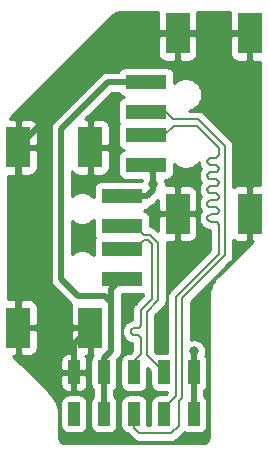
<source format=gbr>
%TF.GenerationSoftware,KiCad,Pcbnew,(5.1.7)-1*%
%TF.CreationDate,2020-10-15T21:52:00-04:00*%
%TF.ProjectId,DanA4UsbBreakout,44616e41-3455-4736-9242-7265616b6f75,rev?*%
%TF.SameCoordinates,Original*%
%TF.FileFunction,Copper,L1,Top*%
%TF.FilePolarity,Positive*%
%FSLAX46Y46*%
G04 Gerber Fmt 4.6, Leading zero omitted, Abs format (unit mm)*
G04 Created by KiCad (PCBNEW (5.1.7)-1) date 2020-10-15 21:52:00*
%MOMM*%
%LPD*%
G01*
G04 APERTURE LIST*
%TA.AperFunction,SMDPad,CuDef*%
%ADD10R,1.000000X2.000000*%
%TD*%
%TA.AperFunction,SMDPad,CuDef*%
%ADD11R,3.500000X1.250000*%
%TD*%
%TA.AperFunction,SMDPad,CuDef*%
%ADD12R,2.000000X3.500000*%
%TD*%
%TA.AperFunction,ViaPad*%
%ADD13C,0.800000*%
%TD*%
%TA.AperFunction,Conductor*%
%ADD14C,0.500000*%
%TD*%
%TA.AperFunction,Conductor*%
%ADD15C,0.200000*%
%TD*%
%TA.AperFunction,Conductor*%
%ADD16C,0.254000*%
%TD*%
%TA.AperFunction,Conductor*%
%ADD17C,0.100000*%
%TD*%
G04 APERTURE END LIST*
D10*
%TO.P,J1,1*%
%TO.N,+5V*%
X58674000Y-47498000D03*
%TO.P,J1,2*%
X58674000Y-50998000D03*
%TO.P,J1,3*%
%TO.N,USB2_D-*%
X56134000Y-47498000D03*
%TO.P,J1,4*%
%TO.N,USB1_D-*%
X56134000Y-50998000D03*
%TO.P,J1,5*%
%TO.N,USB2_D+*%
X53594000Y-47498000D03*
%TO.P,J1,6*%
%TO.N,USB1_D+*%
X53594000Y-50998000D03*
%TO.P,J1,7*%
%TO.N,GND*%
X51054000Y-47498000D03*
%TO.P,J1,8*%
X51054000Y-50998000D03*
%TO.P,J1,9*%
%TO.N,GNDS*%
X48514000Y-47498000D03*
%TO.P,J1,10*%
%TO.N,Net-(J1-Pad10)*%
X48514000Y-50998000D03*
%TD*%
D11*
%TO.P,J2,1*%
%TO.N,+5V*%
X54610000Y-29916000D03*
%TO.P,J2,2*%
%TO.N,USB1_D-*%
X54610000Y-27416000D03*
%TO.P,J2,3*%
%TO.N,USB1_D+*%
X54610000Y-25416000D03*
%TO.P,J2,4*%
%TO.N,GND*%
X54610000Y-22916000D03*
D12*
%TO.P,J2,5*%
%TO.N,GNDS*%
X57290000Y-18791000D03*
X57290000Y-34041000D03*
X63390000Y-34041000D03*
X63390000Y-18791000D03*
%TD*%
%TO.P,J3,5*%
%TO.N,GNDS*%
X43798000Y-43693000D03*
X43798000Y-28443000D03*
X49898000Y-28443000D03*
X49898000Y-43693000D03*
D11*
%TO.P,J3,4*%
%TO.N,GND*%
X52578000Y-39568000D03*
%TO.P,J3,3*%
%TO.N,USB2_D+*%
X52578000Y-37068000D03*
%TO.P,J3,2*%
%TO.N,USB2_D-*%
X52578000Y-35068000D03*
%TO.P,J3,1*%
%TO.N,+5V*%
X52578000Y-32568000D03*
%TD*%
D13*
%TO.N,GNDS*%
X49149000Y-35941000D03*
X55943500Y-44513500D03*
%TO.N,+5V*%
X55245000Y-31559500D03*
X58674000Y-45720006D03*
%TO.N,GNDS*%
X46101000Y-47180500D03*
X47752000Y-22860000D03*
X60457000Y-18791000D03*
X63390000Y-25827500D03*
X51562000Y-25463500D03*
X43798000Y-35069000D03*
X53086000Y-41465500D03*
X55372000Y-34099500D03*
X58928000Y-36957000D03*
%TD*%
D14*
%TO.N,GND*%
X51054000Y-50998000D02*
X51054000Y-47498000D01*
X51054000Y-46291500D02*
X51054000Y-47498000D01*
X51689000Y-45656500D02*
X51054000Y-46291500D01*
X51689000Y-41592500D02*
X51689000Y-45656500D01*
X51657250Y-41560750D02*
X51689000Y-41592500D01*
X51689000Y-40457000D02*
X52578000Y-39568000D01*
X51689000Y-41529000D02*
X51689000Y-40457000D01*
X51657250Y-41560750D02*
X51689000Y-41529000D01*
X51117500Y-41021000D02*
X51657250Y-41560750D01*
X48831500Y-41021000D02*
X51117500Y-41021000D01*
X47434500Y-39624000D02*
X48831500Y-41021000D01*
X47434500Y-26860500D02*
X47434500Y-39624000D01*
X51379000Y-22916000D02*
X47434500Y-26860500D01*
X54610000Y-22916000D02*
X51379000Y-22916000D01*
%TO.N,+5V*%
X58674000Y-50998000D02*
X58674000Y-47498000D01*
X55245000Y-30551000D02*
X54610000Y-29916000D01*
X55245000Y-31559500D02*
X55245000Y-30551000D01*
X55245000Y-31559500D02*
X55245000Y-32067500D01*
X54744500Y-32568000D02*
X52578000Y-32568000D01*
X55245000Y-32067500D02*
X54744500Y-32568000D01*
X58674000Y-47498000D02*
X58674000Y-45720006D01*
D15*
%TO.N,USB2_D-*%
X54673500Y-46037500D02*
X56134000Y-47498000D01*
X54673500Y-42355200D02*
X54673500Y-46037500D01*
X55626000Y-41402700D02*
X54673500Y-42355200D01*
X55626000Y-36511800D02*
X55626000Y-41402700D01*
X54957200Y-35843000D02*
X55626000Y-36511800D01*
X54478000Y-35843000D02*
X54957200Y-35843000D01*
X53703000Y-35068000D02*
X54478000Y-35843000D01*
X52578000Y-35068000D02*
X53703000Y-35068000D01*
%TO.N,USB1_D-*%
X56134000Y-50546000D02*
X56134000Y-50998000D01*
X57150000Y-49530000D02*
X56134000Y-50546000D01*
X57150000Y-41083800D02*
X57150000Y-49530000D01*
X60769500Y-37464300D02*
X57150000Y-41083800D01*
X60769500Y-35019500D02*
X60769500Y-37464300D01*
X60761978Y-34952743D02*
X60769500Y-35019500D01*
X60739790Y-34889334D02*
X60761978Y-34952743D01*
X60704049Y-34832453D02*
X60739790Y-34889334D01*
X60656546Y-34784950D02*
X60704049Y-34832453D01*
X60599665Y-34749209D02*
X60656546Y-34784950D01*
X60536256Y-34727021D02*
X60599665Y-34749209D01*
X60469500Y-34719500D02*
X60536256Y-34727021D01*
X60114371Y-34719500D02*
X60469500Y-34719500D01*
X60047614Y-34711978D02*
X60114371Y-34719500D01*
X59984205Y-34689790D02*
X60047614Y-34711978D01*
X59927324Y-34654049D02*
X59984205Y-34689790D01*
X59879821Y-34606546D02*
X59927324Y-34654049D01*
X59844080Y-34549665D02*
X59879821Y-34606546D01*
X59821892Y-34486256D02*
X59844080Y-34549665D01*
X59814371Y-34419500D02*
X59821892Y-34486256D01*
X59821892Y-34352743D02*
X59814371Y-34419500D01*
X59844080Y-34289334D02*
X59821892Y-34352743D01*
X59879821Y-34232453D02*
X59844080Y-34289334D01*
X59927324Y-34184950D02*
X59879821Y-34232453D01*
X59984205Y-34149209D02*
X59927324Y-34184950D01*
X60047614Y-34127021D02*
X59984205Y-34149209D01*
X60114371Y-34119500D02*
X60047614Y-34127021D01*
X60469500Y-34119500D02*
X60114371Y-34119500D01*
X60536256Y-34111978D02*
X60469500Y-34119500D01*
X60599665Y-34089790D02*
X60536256Y-34111978D01*
X60656546Y-34054049D02*
X60599665Y-34089790D01*
X60704049Y-34006546D02*
X60656546Y-34054049D01*
X60739790Y-33949665D02*
X60704049Y-34006546D01*
X59984205Y-31089790D02*
X60047614Y-31111978D01*
X59927324Y-31054049D02*
X59984205Y-31089790D01*
X59879821Y-31006546D02*
X59927324Y-31054049D01*
X59844080Y-30949665D02*
X59879821Y-31006546D01*
X59821892Y-30886256D02*
X59844080Y-30949665D01*
X59814371Y-30819500D02*
X59821892Y-30886256D01*
X60469500Y-31119500D02*
X60536256Y-31127021D01*
X59844080Y-30689334D02*
X59821892Y-30752743D01*
X59879821Y-30632453D02*
X59844080Y-30689334D01*
X59927324Y-30584950D02*
X59879821Y-30632453D01*
X60536256Y-33527021D02*
X60599665Y-33549209D01*
X59984205Y-30549209D02*
X59927324Y-30584950D01*
X60047614Y-30527021D02*
X59984205Y-30549209D01*
X60114371Y-30519500D02*
X60047614Y-30527021D01*
X60656546Y-33584950D02*
X60704049Y-33632453D01*
X60536256Y-30511978D02*
X60469500Y-30519500D01*
X60114371Y-31119500D02*
X60469500Y-31119500D01*
X60599665Y-30489790D02*
X60536256Y-30511978D01*
X60656546Y-30454049D02*
X60599665Y-30489790D01*
X60704049Y-30406546D02*
X60656546Y-30454049D01*
X60761978Y-30286256D02*
X60739790Y-30349665D01*
X59927324Y-33454049D02*
X59984205Y-33489790D01*
X60769500Y-30219500D02*
X60761978Y-30286256D01*
X59984205Y-33489790D02*
X60047614Y-33511978D01*
X60761978Y-30152743D02*
X60769500Y-30219500D01*
X60739790Y-30089334D02*
X60761978Y-30152743D01*
X60704049Y-30032453D02*
X60739790Y-30089334D01*
X60656546Y-29984950D02*
X60704049Y-30032453D01*
X60599665Y-29949209D02*
X60656546Y-29984950D01*
X59821892Y-30752743D02*
X59814371Y-30819500D01*
X60536256Y-29927021D02*
X60599665Y-29949209D01*
X60469500Y-29319500D02*
X60114371Y-29319500D01*
X59821892Y-29686256D02*
X59844080Y-29749665D01*
X60599665Y-29289790D02*
X60536256Y-29311978D01*
X60656546Y-29254049D02*
X60599665Y-29289790D01*
X59927324Y-29384950D02*
X59879821Y-29432453D01*
X60761978Y-29086256D02*
X60739790Y-29149665D01*
X59879821Y-33406546D02*
X59927324Y-33454049D01*
X60769500Y-29019500D02*
X60761978Y-29086256D01*
X60739790Y-29149665D02*
X60704049Y-29206546D01*
X60769500Y-33819500D02*
X60761978Y-33886256D01*
X60769500Y-28512200D02*
X60769500Y-29019500D01*
X58898300Y-26641000D02*
X60769500Y-28512200D01*
X60599665Y-33549209D02*
X60656546Y-33584950D01*
X60047614Y-31111978D02*
X60114371Y-31119500D01*
X59821892Y-29552743D02*
X59814371Y-29619500D01*
X59821892Y-33286256D02*
X59844080Y-33349665D01*
X60536256Y-29311978D02*
X60469500Y-29319500D01*
X59844080Y-33349665D02*
X59879821Y-33406546D01*
X60704049Y-29206546D02*
X60656546Y-29254049D01*
X60704049Y-33632453D02*
X60739790Y-33689334D01*
X56956750Y-26641000D02*
X58898300Y-26641000D01*
X60469500Y-33519500D02*
X60536256Y-33527021D01*
X56181750Y-27416000D02*
X56956750Y-26641000D01*
X59844080Y-29749665D02*
X59879821Y-29806546D01*
X54610000Y-27416000D02*
X56181750Y-27416000D01*
X60739790Y-30349665D02*
X60704049Y-30406546D01*
X60114371Y-29319500D02*
X60047614Y-29327021D01*
X60047614Y-29327021D02*
X59984205Y-29349209D01*
X60469500Y-29919500D02*
X60536256Y-29927021D01*
X59984205Y-29349209D02*
X59927324Y-29384950D01*
X60114371Y-33519500D02*
X60469500Y-33519500D01*
X59879821Y-29432453D02*
X59844080Y-29489334D01*
X59879821Y-29806546D02*
X59927324Y-29854049D01*
X59844080Y-29489334D02*
X59821892Y-29552743D01*
X60469500Y-30519500D02*
X60114371Y-30519500D01*
X59814371Y-29619500D02*
X59821892Y-29686256D01*
X60761978Y-33752743D02*
X60769500Y-33819500D01*
X59927324Y-29854049D02*
X59984205Y-29889790D01*
X60047614Y-33511978D02*
X60114371Y-33519500D01*
X59984205Y-29889790D02*
X60047614Y-29911978D01*
X60047614Y-29911978D02*
X60114371Y-29919500D01*
X60114371Y-29919500D02*
X60469500Y-29919500D01*
X60536256Y-31127021D02*
X60599665Y-31149209D01*
X60599665Y-31149209D02*
X60656546Y-31184950D01*
X60656546Y-31184950D02*
X60704049Y-31232453D01*
X60704049Y-31232453D02*
X60739790Y-31289334D01*
X60739790Y-31289334D02*
X60761978Y-31352743D01*
X60761978Y-31352743D02*
X60769500Y-31419500D01*
X60769500Y-31419500D02*
X60761978Y-31486256D01*
X60761978Y-31486256D02*
X60739790Y-31549665D01*
X60739790Y-31549665D02*
X60704049Y-31606546D01*
X60704049Y-31606546D02*
X60656546Y-31654049D01*
X60656546Y-31654049D02*
X60599665Y-31689790D01*
X60599665Y-31689790D02*
X60536256Y-31711978D01*
X60536256Y-31711978D02*
X60469500Y-31719500D01*
X60469500Y-31719500D02*
X60114371Y-31719500D01*
X60114371Y-31719500D02*
X60047614Y-31727021D01*
X60047614Y-31727021D02*
X59984205Y-31749209D01*
X59984205Y-31749209D02*
X59927324Y-31784950D01*
X59927324Y-31784950D02*
X59879821Y-31832453D01*
X59879821Y-31832453D02*
X59844080Y-31889334D01*
X59844080Y-31889334D02*
X59821892Y-31952743D01*
X59821892Y-31952743D02*
X59814371Y-32019500D01*
X59814371Y-32019500D02*
X59821892Y-32086256D01*
X59821892Y-32086256D02*
X59844080Y-32149665D01*
X59844080Y-32149665D02*
X59879821Y-32206546D01*
X59879821Y-32206546D02*
X59927324Y-32254049D01*
X59927324Y-32254049D02*
X59984205Y-32289790D01*
X59984205Y-32289790D02*
X60047614Y-32311978D01*
X60047614Y-32311978D02*
X60114371Y-32319500D01*
X60114371Y-32319500D02*
X60469500Y-32319500D01*
X60469500Y-32319500D02*
X60536256Y-32327021D01*
X60536256Y-32327021D02*
X60599665Y-32349209D01*
X60599665Y-32349209D02*
X60656546Y-32384950D01*
X60656546Y-32384950D02*
X60704049Y-32432453D01*
X60704049Y-32432453D02*
X60739790Y-32489334D01*
X60739790Y-32489334D02*
X60761978Y-32552743D01*
X60761978Y-32552743D02*
X60769500Y-32619500D01*
X60769500Y-32619500D02*
X60761978Y-32686256D01*
X60761978Y-32686256D02*
X60739790Y-32749665D01*
X60739790Y-32749665D02*
X60704049Y-32806546D01*
X60704049Y-32806546D02*
X60656546Y-32854049D01*
X60656546Y-32854049D02*
X60599665Y-32889790D01*
X60599665Y-32889790D02*
X60536256Y-32911978D01*
X60536256Y-32911978D02*
X60469500Y-32919500D01*
X60469500Y-32919500D02*
X60114371Y-32919500D01*
X60114371Y-32919500D02*
X60047614Y-32927021D01*
X60047614Y-32927021D02*
X59984205Y-32949209D01*
X59984205Y-32949209D02*
X59927324Y-32984950D01*
X59927324Y-32984950D02*
X59879821Y-33032453D01*
X59879821Y-33032453D02*
X59844080Y-33089334D01*
X59844080Y-33089334D02*
X59821892Y-33152743D01*
X59821892Y-33152743D02*
X59814371Y-33219500D01*
X59814371Y-33219500D02*
X59821892Y-33286256D01*
X60739790Y-33689334D02*
X60761978Y-33752743D01*
X60761978Y-33886256D02*
X60739790Y-33949665D01*
%TO.N,USB2_D+*%
X53703000Y-37068000D02*
X52578000Y-37068000D01*
X54478000Y-36293000D02*
X53703000Y-37068000D01*
X54770800Y-36293000D02*
X54478000Y-36293000D01*
X55118000Y-36640200D02*
X54770800Y-36293000D01*
X55118000Y-41274300D02*
X55118000Y-36640200D01*
X54165500Y-42226800D02*
X55118000Y-41274300D01*
X54165500Y-43434000D02*
X54165500Y-42226800D01*
X54157978Y-43500756D02*
X54165500Y-43434000D01*
X54135790Y-43564165D02*
X54157978Y-43500756D01*
X54100049Y-43621046D02*
X54135790Y-43564165D01*
X54052546Y-43668549D02*
X54100049Y-43621046D01*
X53637069Y-44334000D02*
X53570312Y-44326478D01*
X53995665Y-44363709D02*
X53932256Y-44341521D01*
X54052546Y-44399450D02*
X53995665Y-44363709D01*
X53932256Y-44341521D02*
X53865500Y-44334000D01*
X53366778Y-43903834D02*
X53402519Y-43846953D01*
X54135790Y-44503834D02*
X54100049Y-44446953D01*
X53932256Y-43726478D02*
X53995665Y-43704290D01*
X53865500Y-44334000D02*
X53637069Y-44334000D01*
X54157978Y-44567243D02*
X54135790Y-44503834D01*
X54165500Y-44634000D02*
X54157978Y-44567243D01*
X54165500Y-45974000D02*
X54165500Y-44634000D01*
X53995665Y-43704290D02*
X54052546Y-43668549D01*
X54100049Y-44446953D02*
X54052546Y-44399450D01*
X53594000Y-46545500D02*
X54165500Y-45974000D01*
X53594000Y-47498000D02*
X53594000Y-46545500D01*
X53570312Y-44326478D02*
X53506903Y-44304290D01*
X53506903Y-44304290D02*
X53450022Y-44268549D01*
X53450022Y-44268549D02*
X53402519Y-44221046D01*
X53366778Y-44164165D02*
X53344590Y-44100756D01*
X53344590Y-44100756D02*
X53337069Y-44034000D01*
X53337069Y-44034000D02*
X53344590Y-43967243D01*
X53402519Y-44221046D02*
X53366778Y-44164165D01*
X53344590Y-43967243D02*
X53366778Y-43903834D01*
X53402519Y-43846953D02*
X53450022Y-43799450D01*
X53450022Y-43799450D02*
X53506903Y-43763709D01*
X53506903Y-43763709D02*
X53570312Y-43741521D01*
X53570312Y-43741521D02*
X53637069Y-43734000D01*
X53865500Y-43734000D02*
X53932256Y-43726478D01*
X53637069Y-43734000D02*
X53865500Y-43734000D01*
%TO.N,USB1_D+*%
X54037500Y-52641500D02*
X53594000Y-52198000D01*
X56769000Y-52641500D02*
X54037500Y-52641500D01*
X57404000Y-49911000D02*
X57404000Y-52006500D01*
X57656498Y-49658502D02*
X57404000Y-49911000D01*
X61277500Y-28320650D02*
X61277500Y-37592700D01*
X53594000Y-52198000D02*
X53594000Y-50998000D01*
X61277500Y-37592700D02*
X57656498Y-41213702D01*
X59023250Y-26066400D02*
X61277500Y-28320650D01*
X57404000Y-52006500D02*
X56769000Y-52641500D01*
X56927400Y-26066400D02*
X59023250Y-26066400D01*
X57656498Y-41213702D02*
X57656498Y-49658502D01*
X56277000Y-25416000D02*
X56927400Y-26066400D01*
X54610000Y-25416000D02*
X56277000Y-25416000D01*
D14*
%TO.N,GNDS*%
X63390000Y-18791000D02*
X60457000Y-18791000D01*
X53450000Y-18791000D02*
X43798000Y-28443000D01*
X57290000Y-18791000D02*
X53450000Y-18791000D01*
X43798000Y-28443000D02*
X43798000Y-35069000D01*
X43798000Y-43693000D02*
X47058500Y-43693000D01*
X48514000Y-45148500D02*
X48514000Y-47498000D01*
X47058500Y-43693000D02*
X48514000Y-45148500D01*
X48514000Y-45077000D02*
X49898000Y-43693000D01*
X48514000Y-45148500D02*
X48514000Y-45077000D01*
X63390000Y-18791000D02*
X63390000Y-25827500D01*
X60457000Y-18791000D02*
X57290000Y-18791000D01*
X63390000Y-25827500D02*
X63390000Y-34041000D01*
X43798000Y-35069000D02*
X43798000Y-43693000D01*
%TD*%
D16*
%TO.N,GNDS*%
X55651928Y-17041000D02*
X55655000Y-18505250D01*
X55813750Y-18664000D01*
X57163000Y-18664000D01*
X57163000Y-18644000D01*
X57417000Y-18644000D01*
X57417000Y-18664000D01*
X58766250Y-18664000D01*
X58925000Y-18505250D01*
X58928072Y-17041000D01*
X58921166Y-16970882D01*
X61758834Y-16970882D01*
X61751928Y-17041000D01*
X61755000Y-18505250D01*
X61913750Y-18664000D01*
X63263000Y-18664000D01*
X63263000Y-18644000D01*
X63517000Y-18644000D01*
X63517000Y-18664000D01*
X63537000Y-18664000D01*
X63537000Y-18918000D01*
X63517000Y-18918000D01*
X63517000Y-21017250D01*
X63675750Y-21176000D01*
X64237000Y-21178414D01*
X64237001Y-31653586D01*
X63675750Y-31656000D01*
X63517000Y-31814750D01*
X63517000Y-33914000D01*
X63537000Y-33914000D01*
X63537000Y-34168000D01*
X63517000Y-34168000D01*
X63517000Y-36267250D01*
X63640174Y-36390424D01*
X60685697Y-39329625D01*
X60667906Y-39351189D01*
X60663562Y-39355443D01*
X60657689Y-39362544D01*
X60407041Y-39669869D01*
X60373959Y-39719662D01*
X60340141Y-39769051D01*
X60335759Y-39777157D01*
X60149577Y-40127313D01*
X60126776Y-40182633D01*
X60103216Y-40237601D01*
X60100491Y-40246405D01*
X59985868Y-40626056D01*
X59974249Y-40684736D01*
X59961812Y-40743246D01*
X59960849Y-40752411D01*
X59922150Y-41147095D01*
X59922150Y-41147108D01*
X59919001Y-41179081D01*
X59919000Y-53053719D01*
X59909115Y-53154531D01*
X59889211Y-53220458D01*
X59856885Y-53281255D01*
X59813362Y-53334618D01*
X59760300Y-53378515D01*
X59699727Y-53411266D01*
X59633947Y-53431628D01*
X59535269Y-53442000D01*
X47657281Y-53442000D01*
X47556469Y-53432115D01*
X47490542Y-53412211D01*
X47429745Y-53379885D01*
X47376382Y-53336362D01*
X47332485Y-53283300D01*
X47299734Y-53222727D01*
X47279372Y-53156947D01*
X47269000Y-53058269D01*
X47269000Y-51063209D01*
X47266415Y-51036959D01*
X47266477Y-51031011D01*
X47265609Y-51021837D01*
X47225532Y-50627290D01*
X47213706Y-50568640D01*
X47202705Y-50509854D01*
X47200072Y-50501023D01*
X47084124Y-50121774D01*
X47061123Y-50066518D01*
X47038921Y-50011008D01*
X47034623Y-50002856D01*
X47032020Y-49998000D01*
X47375928Y-49998000D01*
X47375928Y-51998000D01*
X47388188Y-52122482D01*
X47424498Y-52242180D01*
X47483463Y-52352494D01*
X47562815Y-52449185D01*
X47659506Y-52528537D01*
X47769820Y-52587502D01*
X47889518Y-52623812D01*
X48014000Y-52636072D01*
X49014000Y-52636072D01*
X49138482Y-52623812D01*
X49258180Y-52587502D01*
X49368494Y-52528537D01*
X49465185Y-52449185D01*
X49544537Y-52352494D01*
X49603502Y-52242180D01*
X49639812Y-52122482D01*
X49652072Y-51998000D01*
X49652072Y-49998000D01*
X49639812Y-49873518D01*
X49603502Y-49753820D01*
X49544537Y-49643506D01*
X49465185Y-49546815D01*
X49368494Y-49467463D01*
X49258180Y-49408498D01*
X49138482Y-49372188D01*
X49014000Y-49359928D01*
X48014000Y-49359928D01*
X47889518Y-49372188D01*
X47769820Y-49408498D01*
X47659506Y-49467463D01*
X47562815Y-49546815D01*
X47483463Y-49643506D01*
X47424498Y-49753820D01*
X47388188Y-49873518D01*
X47375928Y-49998000D01*
X47032020Y-49998000D01*
X46847220Y-49653351D01*
X46813949Y-49603652D01*
X46781364Y-49553474D01*
X46775564Y-49546313D01*
X46564650Y-49289542D01*
X46564309Y-49288908D01*
X46502303Y-49213752D01*
X45782831Y-48498000D01*
X47375928Y-48498000D01*
X47388188Y-48622482D01*
X47424498Y-48742180D01*
X47483463Y-48852494D01*
X47562815Y-48949185D01*
X47659506Y-49028537D01*
X47769820Y-49087502D01*
X47889518Y-49123812D01*
X48014000Y-49136072D01*
X48228250Y-49133000D01*
X48387000Y-48974250D01*
X48387000Y-47625000D01*
X48641000Y-47625000D01*
X48641000Y-48974250D01*
X48799750Y-49133000D01*
X49014000Y-49136072D01*
X49138482Y-49123812D01*
X49258180Y-49087502D01*
X49368494Y-49028537D01*
X49465185Y-48949185D01*
X49544537Y-48852494D01*
X49603502Y-48742180D01*
X49639812Y-48622482D01*
X49652072Y-48498000D01*
X49649000Y-47783750D01*
X49490250Y-47625000D01*
X48641000Y-47625000D01*
X48387000Y-47625000D01*
X47537750Y-47625000D01*
X47379000Y-47783750D01*
X47375928Y-48498000D01*
X45782831Y-48498000D01*
X43772435Y-46498000D01*
X47375928Y-46498000D01*
X47379000Y-47212250D01*
X47537750Y-47371000D01*
X48387000Y-47371000D01*
X48387000Y-47351000D01*
X48641000Y-47351000D01*
X48641000Y-47371000D01*
X49490250Y-47371000D01*
X49649000Y-47212250D01*
X49652072Y-46498000D01*
X49639812Y-46373518D01*
X49603502Y-46253820D01*
X49544537Y-46143506D01*
X49491205Y-46078521D01*
X49612250Y-46078000D01*
X49771000Y-45919250D01*
X49771000Y-43820000D01*
X48421750Y-43820000D01*
X48263000Y-43978750D01*
X48259928Y-45443000D01*
X48272188Y-45567482D01*
X48308498Y-45687180D01*
X48367463Y-45797494D01*
X48421222Y-45863000D01*
X48386998Y-45863000D01*
X48386998Y-46021748D01*
X48228250Y-45863000D01*
X48014000Y-45859928D01*
X47889518Y-45872188D01*
X47769820Y-45908498D01*
X47659506Y-45967463D01*
X47562815Y-46046815D01*
X47483463Y-46143506D01*
X47424498Y-46253820D01*
X47388188Y-46373518D01*
X47375928Y-46498000D01*
X43772435Y-46498000D01*
X43373266Y-46100896D01*
X43355015Y-46078676D01*
X43512250Y-46078000D01*
X43671000Y-45919250D01*
X43671000Y-43820000D01*
X43925000Y-43820000D01*
X43925000Y-45919250D01*
X44083750Y-46078000D01*
X44798000Y-46081072D01*
X44922482Y-46068812D01*
X45042180Y-46032502D01*
X45152494Y-45973537D01*
X45249185Y-45894185D01*
X45328537Y-45797494D01*
X45387502Y-45687180D01*
X45423812Y-45567482D01*
X45436072Y-45443000D01*
X45433000Y-43978750D01*
X45274250Y-43820000D01*
X43925000Y-43820000D01*
X43671000Y-43820000D01*
X43651000Y-43820000D01*
X43651000Y-43566000D01*
X43671000Y-43566000D01*
X43671000Y-41466750D01*
X43925000Y-41466750D01*
X43925000Y-43566000D01*
X45274250Y-43566000D01*
X45433000Y-43407250D01*
X45436072Y-41943000D01*
X45423812Y-41818518D01*
X45387502Y-41698820D01*
X45328537Y-41588506D01*
X45249185Y-41491815D01*
X45152494Y-41412463D01*
X45042180Y-41353498D01*
X44922482Y-41317188D01*
X44798000Y-41304928D01*
X44083750Y-41308000D01*
X43925000Y-41466750D01*
X43671000Y-41466750D01*
X43512250Y-41308000D01*
X42951000Y-41305586D01*
X42951000Y-30830414D01*
X43512250Y-30828000D01*
X43671000Y-30669250D01*
X43671000Y-28570000D01*
X43925000Y-28570000D01*
X43925000Y-30669250D01*
X44083750Y-30828000D01*
X44798000Y-30831072D01*
X44922482Y-30818812D01*
X45042180Y-30782502D01*
X45152494Y-30723537D01*
X45249185Y-30644185D01*
X45328537Y-30547494D01*
X45387502Y-30437180D01*
X45423812Y-30317482D01*
X45436072Y-30193000D01*
X45433000Y-28728750D01*
X45274250Y-28570000D01*
X43925000Y-28570000D01*
X43671000Y-28570000D01*
X43651000Y-28570000D01*
X43651000Y-28316000D01*
X43671000Y-28316000D01*
X43671000Y-26216750D01*
X43925000Y-26216750D01*
X43925000Y-28316000D01*
X45274250Y-28316000D01*
X45433000Y-28157250D01*
X45435720Y-26860500D01*
X46545219Y-26860500D01*
X46549500Y-26903969D01*
X46549501Y-39580521D01*
X46545219Y-39624000D01*
X46562305Y-39797490D01*
X46612912Y-39964313D01*
X46695090Y-40118059D01*
X46777968Y-40219046D01*
X46777971Y-40219049D01*
X46805684Y-40252817D01*
X46839451Y-40280529D01*
X48174970Y-41616049D01*
X48202683Y-41649817D01*
X48236451Y-41677530D01*
X48236453Y-41677532D01*
X48299308Y-41729116D01*
X48272188Y-41818518D01*
X48259928Y-41943000D01*
X48263000Y-43407250D01*
X48421750Y-43566000D01*
X49771000Y-43566000D01*
X49771000Y-43546000D01*
X50025000Y-43546000D01*
X50025000Y-43566000D01*
X50045000Y-43566000D01*
X50045000Y-43820000D01*
X50025000Y-43820000D01*
X50025000Y-45919250D01*
X50130140Y-46024390D01*
X50102815Y-46046815D01*
X50023463Y-46143506D01*
X49964498Y-46253820D01*
X49928188Y-46373518D01*
X49915928Y-46498000D01*
X49915928Y-48498000D01*
X49928188Y-48622482D01*
X49964498Y-48742180D01*
X50023463Y-48852494D01*
X50102815Y-48949185D01*
X50169001Y-49003502D01*
X50169000Y-49492498D01*
X50102815Y-49546815D01*
X50023463Y-49643506D01*
X49964498Y-49753820D01*
X49928188Y-49873518D01*
X49915928Y-49998000D01*
X49915928Y-51998000D01*
X49928188Y-52122482D01*
X49964498Y-52242180D01*
X50023463Y-52352494D01*
X50102815Y-52449185D01*
X50199506Y-52528537D01*
X50309820Y-52587502D01*
X50429518Y-52623812D01*
X50554000Y-52636072D01*
X51554000Y-52636072D01*
X51678482Y-52623812D01*
X51798180Y-52587502D01*
X51908494Y-52528537D01*
X52005185Y-52449185D01*
X52084537Y-52352494D01*
X52143502Y-52242180D01*
X52179812Y-52122482D01*
X52192072Y-51998000D01*
X52192072Y-49998000D01*
X52179812Y-49873518D01*
X52143502Y-49753820D01*
X52084537Y-49643506D01*
X52005185Y-49546815D01*
X51939000Y-49492499D01*
X51939000Y-49003501D01*
X52005185Y-48949185D01*
X52084537Y-48852494D01*
X52143502Y-48742180D01*
X52179812Y-48622482D01*
X52192072Y-48498000D01*
X52192072Y-46498000D01*
X52183734Y-46413344D01*
X52284049Y-46313030D01*
X52317817Y-46285317D01*
X52383401Y-46205404D01*
X52428411Y-46150559D01*
X52510589Y-45996814D01*
X52561195Y-45829990D01*
X52563465Y-45806944D01*
X52574000Y-45699977D01*
X52574000Y-45699969D01*
X52578281Y-45656500D01*
X52574000Y-45613031D01*
X52574000Y-41635965D01*
X52578281Y-41592499D01*
X52575154Y-41560750D01*
X52578281Y-41529001D01*
X52574000Y-41485535D01*
X52574000Y-40831072D01*
X54328000Y-40831072D01*
X54383000Y-40825655D01*
X54383000Y-40969853D01*
X53671308Y-41681546D01*
X53643263Y-41704562D01*
X53551414Y-41816480D01*
X53493442Y-41924938D01*
X53483164Y-41944167D01*
X53441135Y-42082715D01*
X53426944Y-42226800D01*
X53430501Y-42262915D01*
X53430500Y-43019105D01*
X53406757Y-43024876D01*
X53346038Y-43037841D01*
X53303229Y-43056280D01*
X53288478Y-43061442D01*
X53243516Y-43073715D01*
X53187960Y-43101436D01*
X53131659Y-43127583D01*
X53094029Y-43155085D01*
X53080804Y-43163394D01*
X53039702Y-43185364D01*
X52991703Y-43224756D01*
X52942635Y-43262773D01*
X52912072Y-43297954D01*
X52901025Y-43309001D01*
X52865842Y-43339566D01*
X52827819Y-43388641D01*
X52788433Y-43436634D01*
X52766465Y-43477733D01*
X52758157Y-43490956D01*
X52730652Y-43528590D01*
X52704501Y-43584899D01*
X52676784Y-43640447D01*
X52664511Y-43685409D01*
X52659349Y-43700160D01*
X52640910Y-43742969D01*
X52627946Y-43803684D01*
X52613287Y-43863998D01*
X52611326Y-43910562D01*
X52609577Y-43926091D01*
X52601127Y-43971918D01*
X52601997Y-44034000D01*
X52601127Y-44096083D01*
X52609577Y-44141910D01*
X52611326Y-44157440D01*
X52613287Y-44204001D01*
X52627947Y-44264318D01*
X52640911Y-44325031D01*
X52659347Y-44367832D01*
X52664511Y-44382590D01*
X52676784Y-44427552D01*
X52704501Y-44483100D01*
X52730652Y-44539409D01*
X52758157Y-44577043D01*
X52766465Y-44590266D01*
X52788433Y-44631365D01*
X52827819Y-44679358D01*
X52865842Y-44728433D01*
X52901025Y-44758998D01*
X52912072Y-44770045D01*
X52942635Y-44805226D01*
X52991703Y-44843243D01*
X53039702Y-44882635D01*
X53080804Y-44904605D01*
X53094029Y-44912914D01*
X53131659Y-44940416D01*
X53187960Y-44966563D01*
X53243516Y-44994284D01*
X53288478Y-45006557D01*
X53303226Y-45011718D01*
X53346027Y-45030154D01*
X53406740Y-45043119D01*
X53430501Y-45048894D01*
X53430500Y-45669553D01*
X53240126Y-45859928D01*
X53094000Y-45859928D01*
X52969518Y-45872188D01*
X52849820Y-45908498D01*
X52739506Y-45967463D01*
X52642815Y-46046815D01*
X52563463Y-46143506D01*
X52504498Y-46253820D01*
X52468188Y-46373518D01*
X52455928Y-46498000D01*
X52455928Y-48498000D01*
X52468188Y-48622482D01*
X52504498Y-48742180D01*
X52563463Y-48852494D01*
X52642815Y-48949185D01*
X52739506Y-49028537D01*
X52849820Y-49087502D01*
X52969518Y-49123812D01*
X53094000Y-49136072D01*
X54094000Y-49136072D01*
X54218482Y-49123812D01*
X54338180Y-49087502D01*
X54448494Y-49028537D01*
X54545185Y-48949185D01*
X54624537Y-48852494D01*
X54683502Y-48742180D01*
X54719812Y-48622482D01*
X54732072Y-48498000D01*
X54732072Y-47135518D01*
X54995928Y-47399375D01*
X54995928Y-48498000D01*
X55008188Y-48622482D01*
X55044498Y-48742180D01*
X55103463Y-48852494D01*
X55182815Y-48949185D01*
X55279506Y-49028537D01*
X55389820Y-49087502D01*
X55509518Y-49123812D01*
X55634000Y-49136072D01*
X56415001Y-49136072D01*
X56415001Y-49225552D01*
X56280625Y-49359928D01*
X55634000Y-49359928D01*
X55509518Y-49372188D01*
X55389820Y-49408498D01*
X55279506Y-49467463D01*
X55182815Y-49546815D01*
X55103463Y-49643506D01*
X55044498Y-49753820D01*
X55008188Y-49873518D01*
X54995928Y-49998000D01*
X54995928Y-51906500D01*
X54732072Y-51906500D01*
X54732072Y-49998000D01*
X54719812Y-49873518D01*
X54683502Y-49753820D01*
X54624537Y-49643506D01*
X54545185Y-49546815D01*
X54448494Y-49467463D01*
X54338180Y-49408498D01*
X54218482Y-49372188D01*
X54094000Y-49359928D01*
X53094000Y-49359928D01*
X52969518Y-49372188D01*
X52849820Y-49408498D01*
X52739506Y-49467463D01*
X52642815Y-49546815D01*
X52563463Y-49643506D01*
X52504498Y-49753820D01*
X52468188Y-49873518D01*
X52455928Y-49998000D01*
X52455928Y-51998000D01*
X52468188Y-52122482D01*
X52504498Y-52242180D01*
X52563463Y-52352494D01*
X52642815Y-52449185D01*
X52739506Y-52528537D01*
X52849820Y-52587502D01*
X52969518Y-52623812D01*
X52994660Y-52626288D01*
X53071762Y-52720237D01*
X53099808Y-52743254D01*
X53492241Y-53135687D01*
X53515262Y-53163738D01*
X53600194Y-53233440D01*
X53627180Y-53255587D01*
X53754866Y-53323837D01*
X53893415Y-53365865D01*
X54037500Y-53380056D01*
X54073605Y-53376500D01*
X56732895Y-53376500D01*
X56769000Y-53380056D01*
X56805105Y-53376500D01*
X56913085Y-53365865D01*
X57051633Y-53323837D01*
X57179320Y-53255587D01*
X57291238Y-53163738D01*
X57314258Y-53135688D01*
X57885914Y-52564033D01*
X57929820Y-52587502D01*
X58049518Y-52623812D01*
X58174000Y-52636072D01*
X59174000Y-52636072D01*
X59298482Y-52623812D01*
X59418180Y-52587502D01*
X59528494Y-52528537D01*
X59625185Y-52449185D01*
X59704537Y-52352494D01*
X59763502Y-52242180D01*
X59799812Y-52122482D01*
X59812072Y-51998000D01*
X59812072Y-49998000D01*
X59799812Y-49873518D01*
X59763502Y-49753820D01*
X59704537Y-49643506D01*
X59625185Y-49546815D01*
X59559000Y-49492499D01*
X59559000Y-49003501D01*
X59625185Y-48949185D01*
X59704537Y-48852494D01*
X59763502Y-48742180D01*
X59799812Y-48622482D01*
X59812072Y-48498000D01*
X59812072Y-46498000D01*
X59799812Y-46373518D01*
X59763502Y-46253820D01*
X59704537Y-46143506D01*
X59647596Y-46074123D01*
X59669226Y-46021904D01*
X59709000Y-45821945D01*
X59709000Y-45618067D01*
X59669226Y-45418108D01*
X59591205Y-45229750D01*
X59477937Y-45060232D01*
X59333774Y-44916069D01*
X59164256Y-44802801D01*
X58975898Y-44724780D01*
X58775939Y-44685006D01*
X58572061Y-44685006D01*
X58391498Y-44720922D01*
X58391498Y-41518148D01*
X61771693Y-38137954D01*
X61799738Y-38114938D01*
X61891587Y-38003020D01*
X61959837Y-37875333D01*
X61997754Y-37750337D01*
X62001865Y-37736786D01*
X62007252Y-37682086D01*
X62012500Y-37628805D01*
X62012500Y-37628798D01*
X62016055Y-37592701D01*
X62012500Y-37556604D01*
X62012500Y-36302657D01*
X62035506Y-36321537D01*
X62145820Y-36380502D01*
X62265518Y-36416812D01*
X62390000Y-36429072D01*
X63104250Y-36426000D01*
X63263000Y-36267250D01*
X63263000Y-34168000D01*
X63243000Y-34168000D01*
X63243000Y-33914000D01*
X63263000Y-33914000D01*
X63263000Y-31814750D01*
X63104250Y-31656000D01*
X62390000Y-31652928D01*
X62265518Y-31665188D01*
X62145820Y-31701498D01*
X62035506Y-31760463D01*
X62012500Y-31779343D01*
X62012500Y-28356755D01*
X62016056Y-28320650D01*
X62001865Y-28176565D01*
X61979210Y-28101881D01*
X61959837Y-28038017D01*
X61891587Y-27910330D01*
X61825549Y-27829863D01*
X61822753Y-27826456D01*
X61822750Y-27826453D01*
X61799737Y-27798412D01*
X61771697Y-27775400D01*
X59568509Y-25572212D01*
X59545488Y-25544162D01*
X59433570Y-25452313D01*
X59305883Y-25384063D01*
X59167335Y-25342035D01*
X59059355Y-25331400D01*
X59023250Y-25327844D01*
X58987145Y-25331400D01*
X58224946Y-25331400D01*
X58393989Y-25297775D01*
X58646043Y-25193371D01*
X58872886Y-25041799D01*
X59065799Y-24848886D01*
X59217371Y-24622043D01*
X59321775Y-24369989D01*
X59375000Y-24102411D01*
X59375000Y-23829589D01*
X59321775Y-23562011D01*
X59217371Y-23309957D01*
X59065799Y-23083114D01*
X58872886Y-22890201D01*
X58646043Y-22738629D01*
X58393989Y-22634225D01*
X58126411Y-22581000D01*
X57853589Y-22581000D01*
X57586011Y-22634225D01*
X57333957Y-22738629D01*
X57107114Y-22890201D01*
X56998072Y-22999243D01*
X56998072Y-22291000D01*
X56985812Y-22166518D01*
X56949502Y-22046820D01*
X56890537Y-21936506D01*
X56811185Y-21839815D01*
X56714494Y-21760463D01*
X56604180Y-21701498D01*
X56484482Y-21665188D01*
X56360000Y-21652928D01*
X52860000Y-21652928D01*
X52735518Y-21665188D01*
X52615820Y-21701498D01*
X52505506Y-21760463D01*
X52408815Y-21839815D01*
X52329463Y-21936506D01*
X52278954Y-22031000D01*
X51422465Y-22031000D01*
X51378999Y-22026719D01*
X51335533Y-22031000D01*
X51335523Y-22031000D01*
X51205510Y-22043805D01*
X51038687Y-22094411D01*
X50884941Y-22176589D01*
X50884939Y-22176590D01*
X50884940Y-22176590D01*
X50783953Y-22259468D01*
X50783951Y-22259470D01*
X50750183Y-22287183D01*
X50722470Y-22320951D01*
X46839456Y-26203966D01*
X46805683Y-26231683D01*
X46695089Y-26366442D01*
X46612911Y-26520188D01*
X46592147Y-26588638D01*
X46568522Y-26666518D01*
X46562305Y-26687011D01*
X46549500Y-26817024D01*
X46549500Y-26817031D01*
X46545219Y-26860500D01*
X45435720Y-26860500D01*
X45436072Y-26693000D01*
X45423812Y-26568518D01*
X45387502Y-26448820D01*
X45328537Y-26338506D01*
X45249185Y-26241815D01*
X45152494Y-26162463D01*
X45042180Y-26103498D01*
X44922482Y-26067188D01*
X44798000Y-26054928D01*
X44083750Y-26058000D01*
X43925000Y-26216750D01*
X43671000Y-26216750D01*
X43512250Y-26058000D01*
X43106431Y-26056255D01*
X43182869Y-25912496D01*
X43371565Y-25681133D01*
X48511698Y-20541000D01*
X55651928Y-20541000D01*
X55664188Y-20665482D01*
X55700498Y-20785180D01*
X55759463Y-20895494D01*
X55838815Y-20992185D01*
X55935506Y-21071537D01*
X56045820Y-21130502D01*
X56165518Y-21166812D01*
X56290000Y-21179072D01*
X57004250Y-21176000D01*
X57163000Y-21017250D01*
X57163000Y-18918000D01*
X57417000Y-18918000D01*
X57417000Y-21017250D01*
X57575750Y-21176000D01*
X58290000Y-21179072D01*
X58414482Y-21166812D01*
X58534180Y-21130502D01*
X58644494Y-21071537D01*
X58741185Y-20992185D01*
X58820537Y-20895494D01*
X58879502Y-20785180D01*
X58915812Y-20665482D01*
X58928072Y-20541000D01*
X61751928Y-20541000D01*
X61764188Y-20665482D01*
X61800498Y-20785180D01*
X61859463Y-20895494D01*
X61938815Y-20992185D01*
X62035506Y-21071537D01*
X62145820Y-21130502D01*
X62265518Y-21166812D01*
X62390000Y-21179072D01*
X63104250Y-21176000D01*
X63263000Y-21017250D01*
X63263000Y-18918000D01*
X61913750Y-18918000D01*
X61755000Y-19076750D01*
X61751928Y-20541000D01*
X58928072Y-20541000D01*
X58925000Y-19076750D01*
X58766250Y-18918000D01*
X57417000Y-18918000D01*
X57163000Y-18918000D01*
X55813750Y-18918000D01*
X55655000Y-19076750D01*
X55651928Y-20541000D01*
X48511698Y-20541000D01*
X51630058Y-17422641D01*
X51862848Y-17222600D01*
X52095427Y-17091158D01*
X52349104Y-17007394D01*
X52642189Y-16971029D01*
X52653623Y-16970882D01*
X55658834Y-16970882D01*
X55651928Y-17041000D01*
%TA.AperFunction,Conductor*%
D17*
G36*
X55651928Y-17041000D02*
G01*
X55655000Y-18505250D01*
X55813750Y-18664000D01*
X57163000Y-18664000D01*
X57163000Y-18644000D01*
X57417000Y-18644000D01*
X57417000Y-18664000D01*
X58766250Y-18664000D01*
X58925000Y-18505250D01*
X58928072Y-17041000D01*
X58921166Y-16970882D01*
X61758834Y-16970882D01*
X61751928Y-17041000D01*
X61755000Y-18505250D01*
X61913750Y-18664000D01*
X63263000Y-18664000D01*
X63263000Y-18644000D01*
X63517000Y-18644000D01*
X63517000Y-18664000D01*
X63537000Y-18664000D01*
X63537000Y-18918000D01*
X63517000Y-18918000D01*
X63517000Y-21017250D01*
X63675750Y-21176000D01*
X64237000Y-21178414D01*
X64237001Y-31653586D01*
X63675750Y-31656000D01*
X63517000Y-31814750D01*
X63517000Y-33914000D01*
X63537000Y-33914000D01*
X63537000Y-34168000D01*
X63517000Y-34168000D01*
X63517000Y-36267250D01*
X63640174Y-36390424D01*
X60685697Y-39329625D01*
X60667906Y-39351189D01*
X60663562Y-39355443D01*
X60657689Y-39362544D01*
X60407041Y-39669869D01*
X60373959Y-39719662D01*
X60340141Y-39769051D01*
X60335759Y-39777157D01*
X60149577Y-40127313D01*
X60126776Y-40182633D01*
X60103216Y-40237601D01*
X60100491Y-40246405D01*
X59985868Y-40626056D01*
X59974249Y-40684736D01*
X59961812Y-40743246D01*
X59960849Y-40752411D01*
X59922150Y-41147095D01*
X59922150Y-41147108D01*
X59919001Y-41179081D01*
X59919000Y-53053719D01*
X59909115Y-53154531D01*
X59889211Y-53220458D01*
X59856885Y-53281255D01*
X59813362Y-53334618D01*
X59760300Y-53378515D01*
X59699727Y-53411266D01*
X59633947Y-53431628D01*
X59535269Y-53442000D01*
X47657281Y-53442000D01*
X47556469Y-53432115D01*
X47490542Y-53412211D01*
X47429745Y-53379885D01*
X47376382Y-53336362D01*
X47332485Y-53283300D01*
X47299734Y-53222727D01*
X47279372Y-53156947D01*
X47269000Y-53058269D01*
X47269000Y-51063209D01*
X47266415Y-51036959D01*
X47266477Y-51031011D01*
X47265609Y-51021837D01*
X47225532Y-50627290D01*
X47213706Y-50568640D01*
X47202705Y-50509854D01*
X47200072Y-50501023D01*
X47084124Y-50121774D01*
X47061123Y-50066518D01*
X47038921Y-50011008D01*
X47034623Y-50002856D01*
X47032020Y-49998000D01*
X47375928Y-49998000D01*
X47375928Y-51998000D01*
X47388188Y-52122482D01*
X47424498Y-52242180D01*
X47483463Y-52352494D01*
X47562815Y-52449185D01*
X47659506Y-52528537D01*
X47769820Y-52587502D01*
X47889518Y-52623812D01*
X48014000Y-52636072D01*
X49014000Y-52636072D01*
X49138482Y-52623812D01*
X49258180Y-52587502D01*
X49368494Y-52528537D01*
X49465185Y-52449185D01*
X49544537Y-52352494D01*
X49603502Y-52242180D01*
X49639812Y-52122482D01*
X49652072Y-51998000D01*
X49652072Y-49998000D01*
X49639812Y-49873518D01*
X49603502Y-49753820D01*
X49544537Y-49643506D01*
X49465185Y-49546815D01*
X49368494Y-49467463D01*
X49258180Y-49408498D01*
X49138482Y-49372188D01*
X49014000Y-49359928D01*
X48014000Y-49359928D01*
X47889518Y-49372188D01*
X47769820Y-49408498D01*
X47659506Y-49467463D01*
X47562815Y-49546815D01*
X47483463Y-49643506D01*
X47424498Y-49753820D01*
X47388188Y-49873518D01*
X47375928Y-49998000D01*
X47032020Y-49998000D01*
X46847220Y-49653351D01*
X46813949Y-49603652D01*
X46781364Y-49553474D01*
X46775564Y-49546313D01*
X46564650Y-49289542D01*
X46564309Y-49288908D01*
X46502303Y-49213752D01*
X45782831Y-48498000D01*
X47375928Y-48498000D01*
X47388188Y-48622482D01*
X47424498Y-48742180D01*
X47483463Y-48852494D01*
X47562815Y-48949185D01*
X47659506Y-49028537D01*
X47769820Y-49087502D01*
X47889518Y-49123812D01*
X48014000Y-49136072D01*
X48228250Y-49133000D01*
X48387000Y-48974250D01*
X48387000Y-47625000D01*
X48641000Y-47625000D01*
X48641000Y-48974250D01*
X48799750Y-49133000D01*
X49014000Y-49136072D01*
X49138482Y-49123812D01*
X49258180Y-49087502D01*
X49368494Y-49028537D01*
X49465185Y-48949185D01*
X49544537Y-48852494D01*
X49603502Y-48742180D01*
X49639812Y-48622482D01*
X49652072Y-48498000D01*
X49649000Y-47783750D01*
X49490250Y-47625000D01*
X48641000Y-47625000D01*
X48387000Y-47625000D01*
X47537750Y-47625000D01*
X47379000Y-47783750D01*
X47375928Y-48498000D01*
X45782831Y-48498000D01*
X43772435Y-46498000D01*
X47375928Y-46498000D01*
X47379000Y-47212250D01*
X47537750Y-47371000D01*
X48387000Y-47371000D01*
X48387000Y-47351000D01*
X48641000Y-47351000D01*
X48641000Y-47371000D01*
X49490250Y-47371000D01*
X49649000Y-47212250D01*
X49652072Y-46498000D01*
X49639812Y-46373518D01*
X49603502Y-46253820D01*
X49544537Y-46143506D01*
X49491205Y-46078521D01*
X49612250Y-46078000D01*
X49771000Y-45919250D01*
X49771000Y-43820000D01*
X48421750Y-43820000D01*
X48263000Y-43978750D01*
X48259928Y-45443000D01*
X48272188Y-45567482D01*
X48308498Y-45687180D01*
X48367463Y-45797494D01*
X48421222Y-45863000D01*
X48386998Y-45863000D01*
X48386998Y-46021748D01*
X48228250Y-45863000D01*
X48014000Y-45859928D01*
X47889518Y-45872188D01*
X47769820Y-45908498D01*
X47659506Y-45967463D01*
X47562815Y-46046815D01*
X47483463Y-46143506D01*
X47424498Y-46253820D01*
X47388188Y-46373518D01*
X47375928Y-46498000D01*
X43772435Y-46498000D01*
X43373266Y-46100896D01*
X43355015Y-46078676D01*
X43512250Y-46078000D01*
X43671000Y-45919250D01*
X43671000Y-43820000D01*
X43925000Y-43820000D01*
X43925000Y-45919250D01*
X44083750Y-46078000D01*
X44798000Y-46081072D01*
X44922482Y-46068812D01*
X45042180Y-46032502D01*
X45152494Y-45973537D01*
X45249185Y-45894185D01*
X45328537Y-45797494D01*
X45387502Y-45687180D01*
X45423812Y-45567482D01*
X45436072Y-45443000D01*
X45433000Y-43978750D01*
X45274250Y-43820000D01*
X43925000Y-43820000D01*
X43671000Y-43820000D01*
X43651000Y-43820000D01*
X43651000Y-43566000D01*
X43671000Y-43566000D01*
X43671000Y-41466750D01*
X43925000Y-41466750D01*
X43925000Y-43566000D01*
X45274250Y-43566000D01*
X45433000Y-43407250D01*
X45436072Y-41943000D01*
X45423812Y-41818518D01*
X45387502Y-41698820D01*
X45328537Y-41588506D01*
X45249185Y-41491815D01*
X45152494Y-41412463D01*
X45042180Y-41353498D01*
X44922482Y-41317188D01*
X44798000Y-41304928D01*
X44083750Y-41308000D01*
X43925000Y-41466750D01*
X43671000Y-41466750D01*
X43512250Y-41308000D01*
X42951000Y-41305586D01*
X42951000Y-30830414D01*
X43512250Y-30828000D01*
X43671000Y-30669250D01*
X43671000Y-28570000D01*
X43925000Y-28570000D01*
X43925000Y-30669250D01*
X44083750Y-30828000D01*
X44798000Y-30831072D01*
X44922482Y-30818812D01*
X45042180Y-30782502D01*
X45152494Y-30723537D01*
X45249185Y-30644185D01*
X45328537Y-30547494D01*
X45387502Y-30437180D01*
X45423812Y-30317482D01*
X45436072Y-30193000D01*
X45433000Y-28728750D01*
X45274250Y-28570000D01*
X43925000Y-28570000D01*
X43671000Y-28570000D01*
X43651000Y-28570000D01*
X43651000Y-28316000D01*
X43671000Y-28316000D01*
X43671000Y-26216750D01*
X43925000Y-26216750D01*
X43925000Y-28316000D01*
X45274250Y-28316000D01*
X45433000Y-28157250D01*
X45435720Y-26860500D01*
X46545219Y-26860500D01*
X46549500Y-26903969D01*
X46549501Y-39580521D01*
X46545219Y-39624000D01*
X46562305Y-39797490D01*
X46612912Y-39964313D01*
X46695090Y-40118059D01*
X46777968Y-40219046D01*
X46777971Y-40219049D01*
X46805684Y-40252817D01*
X46839451Y-40280529D01*
X48174970Y-41616049D01*
X48202683Y-41649817D01*
X48236451Y-41677530D01*
X48236453Y-41677532D01*
X48299308Y-41729116D01*
X48272188Y-41818518D01*
X48259928Y-41943000D01*
X48263000Y-43407250D01*
X48421750Y-43566000D01*
X49771000Y-43566000D01*
X49771000Y-43546000D01*
X50025000Y-43546000D01*
X50025000Y-43566000D01*
X50045000Y-43566000D01*
X50045000Y-43820000D01*
X50025000Y-43820000D01*
X50025000Y-45919250D01*
X50130140Y-46024390D01*
X50102815Y-46046815D01*
X50023463Y-46143506D01*
X49964498Y-46253820D01*
X49928188Y-46373518D01*
X49915928Y-46498000D01*
X49915928Y-48498000D01*
X49928188Y-48622482D01*
X49964498Y-48742180D01*
X50023463Y-48852494D01*
X50102815Y-48949185D01*
X50169001Y-49003502D01*
X50169000Y-49492498D01*
X50102815Y-49546815D01*
X50023463Y-49643506D01*
X49964498Y-49753820D01*
X49928188Y-49873518D01*
X49915928Y-49998000D01*
X49915928Y-51998000D01*
X49928188Y-52122482D01*
X49964498Y-52242180D01*
X50023463Y-52352494D01*
X50102815Y-52449185D01*
X50199506Y-52528537D01*
X50309820Y-52587502D01*
X50429518Y-52623812D01*
X50554000Y-52636072D01*
X51554000Y-52636072D01*
X51678482Y-52623812D01*
X51798180Y-52587502D01*
X51908494Y-52528537D01*
X52005185Y-52449185D01*
X52084537Y-52352494D01*
X52143502Y-52242180D01*
X52179812Y-52122482D01*
X52192072Y-51998000D01*
X52192072Y-49998000D01*
X52179812Y-49873518D01*
X52143502Y-49753820D01*
X52084537Y-49643506D01*
X52005185Y-49546815D01*
X51939000Y-49492499D01*
X51939000Y-49003501D01*
X52005185Y-48949185D01*
X52084537Y-48852494D01*
X52143502Y-48742180D01*
X52179812Y-48622482D01*
X52192072Y-48498000D01*
X52192072Y-46498000D01*
X52183734Y-46413344D01*
X52284049Y-46313030D01*
X52317817Y-46285317D01*
X52383401Y-46205404D01*
X52428411Y-46150559D01*
X52510589Y-45996814D01*
X52561195Y-45829990D01*
X52563465Y-45806944D01*
X52574000Y-45699977D01*
X52574000Y-45699969D01*
X52578281Y-45656500D01*
X52574000Y-45613031D01*
X52574000Y-41635965D01*
X52578281Y-41592499D01*
X52575154Y-41560750D01*
X52578281Y-41529001D01*
X52574000Y-41485535D01*
X52574000Y-40831072D01*
X54328000Y-40831072D01*
X54383000Y-40825655D01*
X54383000Y-40969853D01*
X53671308Y-41681546D01*
X53643263Y-41704562D01*
X53551414Y-41816480D01*
X53493442Y-41924938D01*
X53483164Y-41944167D01*
X53441135Y-42082715D01*
X53426944Y-42226800D01*
X53430501Y-42262915D01*
X53430500Y-43019105D01*
X53406757Y-43024876D01*
X53346038Y-43037841D01*
X53303229Y-43056280D01*
X53288478Y-43061442D01*
X53243516Y-43073715D01*
X53187960Y-43101436D01*
X53131659Y-43127583D01*
X53094029Y-43155085D01*
X53080804Y-43163394D01*
X53039702Y-43185364D01*
X52991703Y-43224756D01*
X52942635Y-43262773D01*
X52912072Y-43297954D01*
X52901025Y-43309001D01*
X52865842Y-43339566D01*
X52827819Y-43388641D01*
X52788433Y-43436634D01*
X52766465Y-43477733D01*
X52758157Y-43490956D01*
X52730652Y-43528590D01*
X52704501Y-43584899D01*
X52676784Y-43640447D01*
X52664511Y-43685409D01*
X52659349Y-43700160D01*
X52640910Y-43742969D01*
X52627946Y-43803684D01*
X52613287Y-43863998D01*
X52611326Y-43910562D01*
X52609577Y-43926091D01*
X52601127Y-43971918D01*
X52601997Y-44034000D01*
X52601127Y-44096083D01*
X52609577Y-44141910D01*
X52611326Y-44157440D01*
X52613287Y-44204001D01*
X52627947Y-44264318D01*
X52640911Y-44325031D01*
X52659347Y-44367832D01*
X52664511Y-44382590D01*
X52676784Y-44427552D01*
X52704501Y-44483100D01*
X52730652Y-44539409D01*
X52758157Y-44577043D01*
X52766465Y-44590266D01*
X52788433Y-44631365D01*
X52827819Y-44679358D01*
X52865842Y-44728433D01*
X52901025Y-44758998D01*
X52912072Y-44770045D01*
X52942635Y-44805226D01*
X52991703Y-44843243D01*
X53039702Y-44882635D01*
X53080804Y-44904605D01*
X53094029Y-44912914D01*
X53131659Y-44940416D01*
X53187960Y-44966563D01*
X53243516Y-44994284D01*
X53288478Y-45006557D01*
X53303226Y-45011718D01*
X53346027Y-45030154D01*
X53406740Y-45043119D01*
X53430501Y-45048894D01*
X53430500Y-45669553D01*
X53240126Y-45859928D01*
X53094000Y-45859928D01*
X52969518Y-45872188D01*
X52849820Y-45908498D01*
X52739506Y-45967463D01*
X52642815Y-46046815D01*
X52563463Y-46143506D01*
X52504498Y-46253820D01*
X52468188Y-46373518D01*
X52455928Y-46498000D01*
X52455928Y-48498000D01*
X52468188Y-48622482D01*
X52504498Y-48742180D01*
X52563463Y-48852494D01*
X52642815Y-48949185D01*
X52739506Y-49028537D01*
X52849820Y-49087502D01*
X52969518Y-49123812D01*
X53094000Y-49136072D01*
X54094000Y-49136072D01*
X54218482Y-49123812D01*
X54338180Y-49087502D01*
X54448494Y-49028537D01*
X54545185Y-48949185D01*
X54624537Y-48852494D01*
X54683502Y-48742180D01*
X54719812Y-48622482D01*
X54732072Y-48498000D01*
X54732072Y-47135518D01*
X54995928Y-47399375D01*
X54995928Y-48498000D01*
X55008188Y-48622482D01*
X55044498Y-48742180D01*
X55103463Y-48852494D01*
X55182815Y-48949185D01*
X55279506Y-49028537D01*
X55389820Y-49087502D01*
X55509518Y-49123812D01*
X55634000Y-49136072D01*
X56415001Y-49136072D01*
X56415001Y-49225552D01*
X56280625Y-49359928D01*
X55634000Y-49359928D01*
X55509518Y-49372188D01*
X55389820Y-49408498D01*
X55279506Y-49467463D01*
X55182815Y-49546815D01*
X55103463Y-49643506D01*
X55044498Y-49753820D01*
X55008188Y-49873518D01*
X54995928Y-49998000D01*
X54995928Y-51906500D01*
X54732072Y-51906500D01*
X54732072Y-49998000D01*
X54719812Y-49873518D01*
X54683502Y-49753820D01*
X54624537Y-49643506D01*
X54545185Y-49546815D01*
X54448494Y-49467463D01*
X54338180Y-49408498D01*
X54218482Y-49372188D01*
X54094000Y-49359928D01*
X53094000Y-49359928D01*
X52969518Y-49372188D01*
X52849820Y-49408498D01*
X52739506Y-49467463D01*
X52642815Y-49546815D01*
X52563463Y-49643506D01*
X52504498Y-49753820D01*
X52468188Y-49873518D01*
X52455928Y-49998000D01*
X52455928Y-51998000D01*
X52468188Y-52122482D01*
X52504498Y-52242180D01*
X52563463Y-52352494D01*
X52642815Y-52449185D01*
X52739506Y-52528537D01*
X52849820Y-52587502D01*
X52969518Y-52623812D01*
X52994660Y-52626288D01*
X53071762Y-52720237D01*
X53099808Y-52743254D01*
X53492241Y-53135687D01*
X53515262Y-53163738D01*
X53600194Y-53233440D01*
X53627180Y-53255587D01*
X53754866Y-53323837D01*
X53893415Y-53365865D01*
X54037500Y-53380056D01*
X54073605Y-53376500D01*
X56732895Y-53376500D01*
X56769000Y-53380056D01*
X56805105Y-53376500D01*
X56913085Y-53365865D01*
X57051633Y-53323837D01*
X57179320Y-53255587D01*
X57291238Y-53163738D01*
X57314258Y-53135688D01*
X57885914Y-52564033D01*
X57929820Y-52587502D01*
X58049518Y-52623812D01*
X58174000Y-52636072D01*
X59174000Y-52636072D01*
X59298482Y-52623812D01*
X59418180Y-52587502D01*
X59528494Y-52528537D01*
X59625185Y-52449185D01*
X59704537Y-52352494D01*
X59763502Y-52242180D01*
X59799812Y-52122482D01*
X59812072Y-51998000D01*
X59812072Y-49998000D01*
X59799812Y-49873518D01*
X59763502Y-49753820D01*
X59704537Y-49643506D01*
X59625185Y-49546815D01*
X59559000Y-49492499D01*
X59559000Y-49003501D01*
X59625185Y-48949185D01*
X59704537Y-48852494D01*
X59763502Y-48742180D01*
X59799812Y-48622482D01*
X59812072Y-48498000D01*
X59812072Y-46498000D01*
X59799812Y-46373518D01*
X59763502Y-46253820D01*
X59704537Y-46143506D01*
X59647596Y-46074123D01*
X59669226Y-46021904D01*
X59709000Y-45821945D01*
X59709000Y-45618067D01*
X59669226Y-45418108D01*
X59591205Y-45229750D01*
X59477937Y-45060232D01*
X59333774Y-44916069D01*
X59164256Y-44802801D01*
X58975898Y-44724780D01*
X58775939Y-44685006D01*
X58572061Y-44685006D01*
X58391498Y-44720922D01*
X58391498Y-41518148D01*
X61771693Y-38137954D01*
X61799738Y-38114938D01*
X61891587Y-38003020D01*
X61959837Y-37875333D01*
X61997754Y-37750337D01*
X62001865Y-37736786D01*
X62007252Y-37682086D01*
X62012500Y-37628805D01*
X62012500Y-37628798D01*
X62016055Y-37592701D01*
X62012500Y-37556604D01*
X62012500Y-36302657D01*
X62035506Y-36321537D01*
X62145820Y-36380502D01*
X62265518Y-36416812D01*
X62390000Y-36429072D01*
X63104250Y-36426000D01*
X63263000Y-36267250D01*
X63263000Y-34168000D01*
X63243000Y-34168000D01*
X63243000Y-33914000D01*
X63263000Y-33914000D01*
X63263000Y-31814750D01*
X63104250Y-31656000D01*
X62390000Y-31652928D01*
X62265518Y-31665188D01*
X62145820Y-31701498D01*
X62035506Y-31760463D01*
X62012500Y-31779343D01*
X62012500Y-28356755D01*
X62016056Y-28320650D01*
X62001865Y-28176565D01*
X61979210Y-28101881D01*
X61959837Y-28038017D01*
X61891587Y-27910330D01*
X61825549Y-27829863D01*
X61822753Y-27826456D01*
X61822750Y-27826453D01*
X61799737Y-27798412D01*
X61771697Y-27775400D01*
X59568509Y-25572212D01*
X59545488Y-25544162D01*
X59433570Y-25452313D01*
X59305883Y-25384063D01*
X59167335Y-25342035D01*
X59059355Y-25331400D01*
X59023250Y-25327844D01*
X58987145Y-25331400D01*
X58224946Y-25331400D01*
X58393989Y-25297775D01*
X58646043Y-25193371D01*
X58872886Y-25041799D01*
X59065799Y-24848886D01*
X59217371Y-24622043D01*
X59321775Y-24369989D01*
X59375000Y-24102411D01*
X59375000Y-23829589D01*
X59321775Y-23562011D01*
X59217371Y-23309957D01*
X59065799Y-23083114D01*
X58872886Y-22890201D01*
X58646043Y-22738629D01*
X58393989Y-22634225D01*
X58126411Y-22581000D01*
X57853589Y-22581000D01*
X57586011Y-22634225D01*
X57333957Y-22738629D01*
X57107114Y-22890201D01*
X56998072Y-22999243D01*
X56998072Y-22291000D01*
X56985812Y-22166518D01*
X56949502Y-22046820D01*
X56890537Y-21936506D01*
X56811185Y-21839815D01*
X56714494Y-21760463D01*
X56604180Y-21701498D01*
X56484482Y-21665188D01*
X56360000Y-21652928D01*
X52860000Y-21652928D01*
X52735518Y-21665188D01*
X52615820Y-21701498D01*
X52505506Y-21760463D01*
X52408815Y-21839815D01*
X52329463Y-21936506D01*
X52278954Y-22031000D01*
X51422465Y-22031000D01*
X51378999Y-22026719D01*
X51335533Y-22031000D01*
X51335523Y-22031000D01*
X51205510Y-22043805D01*
X51038687Y-22094411D01*
X50884941Y-22176589D01*
X50884939Y-22176590D01*
X50884940Y-22176590D01*
X50783953Y-22259468D01*
X50783951Y-22259470D01*
X50750183Y-22287183D01*
X50722470Y-22320951D01*
X46839456Y-26203966D01*
X46805683Y-26231683D01*
X46695089Y-26366442D01*
X46612911Y-26520188D01*
X46592147Y-26588638D01*
X46568522Y-26666518D01*
X46562305Y-26687011D01*
X46549500Y-26817024D01*
X46549500Y-26817031D01*
X46545219Y-26860500D01*
X45435720Y-26860500D01*
X45436072Y-26693000D01*
X45423812Y-26568518D01*
X45387502Y-26448820D01*
X45328537Y-26338506D01*
X45249185Y-26241815D01*
X45152494Y-26162463D01*
X45042180Y-26103498D01*
X44922482Y-26067188D01*
X44798000Y-26054928D01*
X44083750Y-26058000D01*
X43925000Y-26216750D01*
X43671000Y-26216750D01*
X43512250Y-26058000D01*
X43106431Y-26056255D01*
X43182869Y-25912496D01*
X43371565Y-25681133D01*
X48511698Y-20541000D01*
X55651928Y-20541000D01*
X55664188Y-20665482D01*
X55700498Y-20785180D01*
X55759463Y-20895494D01*
X55838815Y-20992185D01*
X55935506Y-21071537D01*
X56045820Y-21130502D01*
X56165518Y-21166812D01*
X56290000Y-21179072D01*
X57004250Y-21176000D01*
X57163000Y-21017250D01*
X57163000Y-18918000D01*
X57417000Y-18918000D01*
X57417000Y-21017250D01*
X57575750Y-21176000D01*
X58290000Y-21179072D01*
X58414482Y-21166812D01*
X58534180Y-21130502D01*
X58644494Y-21071537D01*
X58741185Y-20992185D01*
X58820537Y-20895494D01*
X58879502Y-20785180D01*
X58915812Y-20665482D01*
X58928072Y-20541000D01*
X61751928Y-20541000D01*
X61764188Y-20665482D01*
X61800498Y-20785180D01*
X61859463Y-20895494D01*
X61938815Y-20992185D01*
X62035506Y-21071537D01*
X62145820Y-21130502D01*
X62265518Y-21166812D01*
X62390000Y-21179072D01*
X63104250Y-21176000D01*
X63263000Y-21017250D01*
X63263000Y-18918000D01*
X61913750Y-18918000D01*
X61755000Y-19076750D01*
X61751928Y-20541000D01*
X58928072Y-20541000D01*
X58925000Y-19076750D01*
X58766250Y-18918000D01*
X57417000Y-18918000D01*
X57163000Y-18918000D01*
X55813750Y-18918000D01*
X55655000Y-19076750D01*
X55651928Y-20541000D01*
X48511698Y-20541000D01*
X51630058Y-17422641D01*
X51862848Y-17222600D01*
X52095427Y-17091158D01*
X52349104Y-17007394D01*
X52642189Y-16971029D01*
X52653623Y-16970882D01*
X55658834Y-16970882D01*
X55651928Y-17041000D01*
G37*
%TD.AperFunction*%
D16*
X59086879Y-29727410D02*
X59088628Y-29742940D01*
X59090589Y-29789501D01*
X59105249Y-29849818D01*
X59118213Y-29910531D01*
X59136649Y-29953332D01*
X59141813Y-29968090D01*
X59154086Y-30013052D01*
X59181803Y-30068600D01*
X59207954Y-30124909D01*
X59235459Y-30162543D01*
X59243767Y-30175766D01*
X59265735Y-30216865D01*
X59267897Y-30219500D01*
X59265735Y-30222134D01*
X59243767Y-30263233D01*
X59235459Y-30276456D01*
X59207954Y-30314090D01*
X59181803Y-30370399D01*
X59154086Y-30425947D01*
X59141813Y-30470909D01*
X59136651Y-30485660D01*
X59118212Y-30528469D01*
X59105248Y-30589184D01*
X59090589Y-30649498D01*
X59088628Y-30696062D01*
X59086879Y-30711591D01*
X59078429Y-30757418D01*
X59079299Y-30819501D01*
X59078429Y-30881583D01*
X59086879Y-30927410D01*
X59088628Y-30942940D01*
X59090589Y-30989501D01*
X59105249Y-31049818D01*
X59118213Y-31110531D01*
X59136649Y-31153332D01*
X59141813Y-31168090D01*
X59154086Y-31213052D01*
X59181803Y-31268600D01*
X59207954Y-31324909D01*
X59235459Y-31362543D01*
X59243767Y-31375766D01*
X59265735Y-31416865D01*
X59267897Y-31419500D01*
X59265735Y-31422134D01*
X59243767Y-31463233D01*
X59235459Y-31476456D01*
X59207954Y-31514090D01*
X59181803Y-31570399D01*
X59154086Y-31625947D01*
X59141813Y-31670909D01*
X59136651Y-31685660D01*
X59118212Y-31728469D01*
X59105248Y-31789184D01*
X59090589Y-31849498D01*
X59088628Y-31896062D01*
X59086879Y-31911591D01*
X59078429Y-31957418D01*
X59079299Y-32019500D01*
X59078429Y-32081583D01*
X59086879Y-32127410D01*
X59088628Y-32142940D01*
X59090589Y-32189501D01*
X59105249Y-32249818D01*
X59118213Y-32310531D01*
X59136649Y-32353332D01*
X59141813Y-32368090D01*
X59154086Y-32413052D01*
X59181803Y-32468600D01*
X59207954Y-32524909D01*
X59235459Y-32562543D01*
X59243767Y-32575766D01*
X59265735Y-32616865D01*
X59267897Y-32619499D01*
X59265735Y-32622134D01*
X59243767Y-32663233D01*
X59235459Y-32676456D01*
X59207954Y-32714090D01*
X59181803Y-32770399D01*
X59154086Y-32825947D01*
X59141813Y-32870909D01*
X59136651Y-32885660D01*
X59118212Y-32928469D01*
X59105248Y-32989184D01*
X59090589Y-33049498D01*
X59088628Y-33096062D01*
X59086879Y-33111591D01*
X59078429Y-33157418D01*
X59079299Y-33219500D01*
X59078429Y-33281583D01*
X59086879Y-33327410D01*
X59088628Y-33342940D01*
X59090589Y-33389501D01*
X59105249Y-33449818D01*
X59118213Y-33510531D01*
X59136649Y-33553332D01*
X59141813Y-33568090D01*
X59154086Y-33613052D01*
X59181803Y-33668600D01*
X59207954Y-33724909D01*
X59235459Y-33762543D01*
X59243767Y-33775766D01*
X59265735Y-33816865D01*
X59267897Y-33819500D01*
X59265735Y-33822134D01*
X59243767Y-33863233D01*
X59235459Y-33876456D01*
X59207954Y-33914090D01*
X59181803Y-33970399D01*
X59154086Y-34025947D01*
X59141813Y-34070909D01*
X59136651Y-34085660D01*
X59118212Y-34128469D01*
X59105248Y-34189184D01*
X59090589Y-34249498D01*
X59088628Y-34296062D01*
X59086879Y-34311591D01*
X59078429Y-34357418D01*
X59079299Y-34419500D01*
X59078429Y-34481583D01*
X59086879Y-34527410D01*
X59088628Y-34542940D01*
X59090589Y-34589501D01*
X59105249Y-34649818D01*
X59118213Y-34710531D01*
X59136649Y-34753332D01*
X59141813Y-34768090D01*
X59154086Y-34813052D01*
X59181803Y-34868600D01*
X59207954Y-34924909D01*
X59235459Y-34962543D01*
X59243767Y-34975766D01*
X59265735Y-35016865D01*
X59305121Y-35064858D01*
X59343144Y-35113933D01*
X59378327Y-35144498D01*
X59389374Y-35155545D01*
X59419937Y-35190726D01*
X59469005Y-35228743D01*
X59517004Y-35268135D01*
X59558106Y-35290105D01*
X59571331Y-35298414D01*
X59608961Y-35325916D01*
X59665262Y-35352063D01*
X59720818Y-35379784D01*
X59765780Y-35392057D01*
X59780528Y-35397218D01*
X59823329Y-35415654D01*
X59884042Y-35428619D01*
X59944369Y-35443281D01*
X59979284Y-35444751D01*
X60034500Y-35450189D01*
X60034501Y-37159852D01*
X56655808Y-40538546D01*
X56627762Y-40561563D01*
X56535913Y-40673481D01*
X56467663Y-40801168D01*
X56443609Y-40880463D01*
X56425635Y-40939715D01*
X56411444Y-41083800D01*
X56415000Y-41119905D01*
X56415001Y-45859928D01*
X55634000Y-45859928D01*
X55544217Y-45868771D01*
X55408500Y-45733054D01*
X55408500Y-42659646D01*
X56120193Y-41947954D01*
X56148238Y-41924938D01*
X56240087Y-41813020D01*
X56308337Y-41685333D01*
X56350365Y-41546785D01*
X56361000Y-41438805D01*
X56361000Y-41438796D01*
X56364555Y-41402701D01*
X56361000Y-41366606D01*
X56361000Y-36547904D01*
X56364556Y-36511799D01*
X56356380Y-36428786D01*
X57004250Y-36426000D01*
X57163000Y-36267250D01*
X57163000Y-34168000D01*
X57417000Y-34168000D01*
X57417000Y-36267250D01*
X57575750Y-36426000D01*
X58290000Y-36429072D01*
X58414482Y-36416812D01*
X58534180Y-36380502D01*
X58644494Y-36321537D01*
X58741185Y-36242185D01*
X58820537Y-36145494D01*
X58879502Y-36035180D01*
X58915812Y-35915482D01*
X58928072Y-35791000D01*
X58925000Y-34326750D01*
X58766250Y-34168000D01*
X57417000Y-34168000D01*
X57163000Y-34168000D01*
X55813750Y-34168000D01*
X55655000Y-34326750D01*
X55652541Y-35498895D01*
X55502458Y-35348812D01*
X55479438Y-35320762D01*
X55367520Y-35228913D01*
X55239833Y-35160663D01*
X55101285Y-35118635D01*
X54993305Y-35108000D01*
X54966072Y-35105318D01*
X54966072Y-34443000D01*
X54953812Y-34318518D01*
X54917502Y-34198820D01*
X54858537Y-34088506D01*
X54779185Y-33991815D01*
X54682494Y-33912463D01*
X54572180Y-33853498D01*
X54455159Y-33818000D01*
X54572180Y-33782502D01*
X54682494Y-33723537D01*
X54779185Y-33644185D01*
X54858537Y-33547494D01*
X54915774Y-33440413D01*
X54917990Y-33440195D01*
X55084813Y-33389589D01*
X55238559Y-33307411D01*
X55373317Y-33196817D01*
X55401034Y-33163044D01*
X55653228Y-32910850D01*
X55655000Y-33755250D01*
X55813750Y-33914000D01*
X57163000Y-33914000D01*
X57163000Y-31814750D01*
X57417000Y-31814750D01*
X57417000Y-33914000D01*
X58766250Y-33914000D01*
X58925000Y-33755250D01*
X58928072Y-32291000D01*
X58915812Y-32166518D01*
X58879502Y-32046820D01*
X58820537Y-31936506D01*
X58741185Y-31839815D01*
X58644494Y-31760463D01*
X58534180Y-31701498D01*
X58414482Y-31665188D01*
X58290000Y-31652928D01*
X57575750Y-31656000D01*
X57417000Y-31814750D01*
X57163000Y-31814750D01*
X57004250Y-31656000D01*
X56290000Y-31652928D01*
X56280000Y-31653913D01*
X56280000Y-31457561D01*
X56240226Y-31257602D01*
X56207698Y-31179072D01*
X56360000Y-31179072D01*
X56484482Y-31166812D01*
X56604180Y-31130502D01*
X56714494Y-31071537D01*
X56811185Y-30992185D01*
X56890537Y-30895494D01*
X56949502Y-30785180D01*
X56985812Y-30665482D01*
X56998072Y-30541000D01*
X56998072Y-29832757D01*
X57107114Y-29941799D01*
X57333957Y-30093371D01*
X57586011Y-30197775D01*
X57853589Y-30251000D01*
X58126411Y-30251000D01*
X58393989Y-30197775D01*
X58646043Y-30093371D01*
X58872886Y-29941799D01*
X59065799Y-29748886D01*
X59085423Y-29719516D01*
X59086879Y-29727410D01*
%TA.AperFunction,Conductor*%
D17*
G36*
X59086879Y-29727410D02*
G01*
X59088628Y-29742940D01*
X59090589Y-29789501D01*
X59105249Y-29849818D01*
X59118213Y-29910531D01*
X59136649Y-29953332D01*
X59141813Y-29968090D01*
X59154086Y-30013052D01*
X59181803Y-30068600D01*
X59207954Y-30124909D01*
X59235459Y-30162543D01*
X59243767Y-30175766D01*
X59265735Y-30216865D01*
X59267897Y-30219500D01*
X59265735Y-30222134D01*
X59243767Y-30263233D01*
X59235459Y-30276456D01*
X59207954Y-30314090D01*
X59181803Y-30370399D01*
X59154086Y-30425947D01*
X59141813Y-30470909D01*
X59136651Y-30485660D01*
X59118212Y-30528469D01*
X59105248Y-30589184D01*
X59090589Y-30649498D01*
X59088628Y-30696062D01*
X59086879Y-30711591D01*
X59078429Y-30757418D01*
X59079299Y-30819501D01*
X59078429Y-30881583D01*
X59086879Y-30927410D01*
X59088628Y-30942940D01*
X59090589Y-30989501D01*
X59105249Y-31049818D01*
X59118213Y-31110531D01*
X59136649Y-31153332D01*
X59141813Y-31168090D01*
X59154086Y-31213052D01*
X59181803Y-31268600D01*
X59207954Y-31324909D01*
X59235459Y-31362543D01*
X59243767Y-31375766D01*
X59265735Y-31416865D01*
X59267897Y-31419500D01*
X59265735Y-31422134D01*
X59243767Y-31463233D01*
X59235459Y-31476456D01*
X59207954Y-31514090D01*
X59181803Y-31570399D01*
X59154086Y-31625947D01*
X59141813Y-31670909D01*
X59136651Y-31685660D01*
X59118212Y-31728469D01*
X59105248Y-31789184D01*
X59090589Y-31849498D01*
X59088628Y-31896062D01*
X59086879Y-31911591D01*
X59078429Y-31957418D01*
X59079299Y-32019500D01*
X59078429Y-32081583D01*
X59086879Y-32127410D01*
X59088628Y-32142940D01*
X59090589Y-32189501D01*
X59105249Y-32249818D01*
X59118213Y-32310531D01*
X59136649Y-32353332D01*
X59141813Y-32368090D01*
X59154086Y-32413052D01*
X59181803Y-32468600D01*
X59207954Y-32524909D01*
X59235459Y-32562543D01*
X59243767Y-32575766D01*
X59265735Y-32616865D01*
X59267897Y-32619499D01*
X59265735Y-32622134D01*
X59243767Y-32663233D01*
X59235459Y-32676456D01*
X59207954Y-32714090D01*
X59181803Y-32770399D01*
X59154086Y-32825947D01*
X59141813Y-32870909D01*
X59136651Y-32885660D01*
X59118212Y-32928469D01*
X59105248Y-32989184D01*
X59090589Y-33049498D01*
X59088628Y-33096062D01*
X59086879Y-33111591D01*
X59078429Y-33157418D01*
X59079299Y-33219500D01*
X59078429Y-33281583D01*
X59086879Y-33327410D01*
X59088628Y-33342940D01*
X59090589Y-33389501D01*
X59105249Y-33449818D01*
X59118213Y-33510531D01*
X59136649Y-33553332D01*
X59141813Y-33568090D01*
X59154086Y-33613052D01*
X59181803Y-33668600D01*
X59207954Y-33724909D01*
X59235459Y-33762543D01*
X59243767Y-33775766D01*
X59265735Y-33816865D01*
X59267897Y-33819500D01*
X59265735Y-33822134D01*
X59243767Y-33863233D01*
X59235459Y-33876456D01*
X59207954Y-33914090D01*
X59181803Y-33970399D01*
X59154086Y-34025947D01*
X59141813Y-34070909D01*
X59136651Y-34085660D01*
X59118212Y-34128469D01*
X59105248Y-34189184D01*
X59090589Y-34249498D01*
X59088628Y-34296062D01*
X59086879Y-34311591D01*
X59078429Y-34357418D01*
X59079299Y-34419500D01*
X59078429Y-34481583D01*
X59086879Y-34527410D01*
X59088628Y-34542940D01*
X59090589Y-34589501D01*
X59105249Y-34649818D01*
X59118213Y-34710531D01*
X59136649Y-34753332D01*
X59141813Y-34768090D01*
X59154086Y-34813052D01*
X59181803Y-34868600D01*
X59207954Y-34924909D01*
X59235459Y-34962543D01*
X59243767Y-34975766D01*
X59265735Y-35016865D01*
X59305121Y-35064858D01*
X59343144Y-35113933D01*
X59378327Y-35144498D01*
X59389374Y-35155545D01*
X59419937Y-35190726D01*
X59469005Y-35228743D01*
X59517004Y-35268135D01*
X59558106Y-35290105D01*
X59571331Y-35298414D01*
X59608961Y-35325916D01*
X59665262Y-35352063D01*
X59720818Y-35379784D01*
X59765780Y-35392057D01*
X59780528Y-35397218D01*
X59823329Y-35415654D01*
X59884042Y-35428619D01*
X59944369Y-35443281D01*
X59979284Y-35444751D01*
X60034500Y-35450189D01*
X60034501Y-37159852D01*
X56655808Y-40538546D01*
X56627762Y-40561563D01*
X56535913Y-40673481D01*
X56467663Y-40801168D01*
X56443609Y-40880463D01*
X56425635Y-40939715D01*
X56411444Y-41083800D01*
X56415000Y-41119905D01*
X56415001Y-45859928D01*
X55634000Y-45859928D01*
X55544217Y-45868771D01*
X55408500Y-45733054D01*
X55408500Y-42659646D01*
X56120193Y-41947954D01*
X56148238Y-41924938D01*
X56240087Y-41813020D01*
X56308337Y-41685333D01*
X56350365Y-41546785D01*
X56361000Y-41438805D01*
X56361000Y-41438796D01*
X56364555Y-41402701D01*
X56361000Y-41366606D01*
X56361000Y-36547904D01*
X56364556Y-36511799D01*
X56356380Y-36428786D01*
X57004250Y-36426000D01*
X57163000Y-36267250D01*
X57163000Y-34168000D01*
X57417000Y-34168000D01*
X57417000Y-36267250D01*
X57575750Y-36426000D01*
X58290000Y-36429072D01*
X58414482Y-36416812D01*
X58534180Y-36380502D01*
X58644494Y-36321537D01*
X58741185Y-36242185D01*
X58820537Y-36145494D01*
X58879502Y-36035180D01*
X58915812Y-35915482D01*
X58928072Y-35791000D01*
X58925000Y-34326750D01*
X58766250Y-34168000D01*
X57417000Y-34168000D01*
X57163000Y-34168000D01*
X55813750Y-34168000D01*
X55655000Y-34326750D01*
X55652541Y-35498895D01*
X55502458Y-35348812D01*
X55479438Y-35320762D01*
X55367520Y-35228913D01*
X55239833Y-35160663D01*
X55101285Y-35118635D01*
X54993305Y-35108000D01*
X54966072Y-35105318D01*
X54966072Y-34443000D01*
X54953812Y-34318518D01*
X54917502Y-34198820D01*
X54858537Y-34088506D01*
X54779185Y-33991815D01*
X54682494Y-33912463D01*
X54572180Y-33853498D01*
X54455159Y-33818000D01*
X54572180Y-33782502D01*
X54682494Y-33723537D01*
X54779185Y-33644185D01*
X54858537Y-33547494D01*
X54915774Y-33440413D01*
X54917990Y-33440195D01*
X55084813Y-33389589D01*
X55238559Y-33307411D01*
X55373317Y-33196817D01*
X55401034Y-33163044D01*
X55653228Y-32910850D01*
X55655000Y-33755250D01*
X55813750Y-33914000D01*
X57163000Y-33914000D01*
X57163000Y-31814750D01*
X57417000Y-31814750D01*
X57417000Y-33914000D01*
X58766250Y-33914000D01*
X58925000Y-33755250D01*
X58928072Y-32291000D01*
X58915812Y-32166518D01*
X58879502Y-32046820D01*
X58820537Y-31936506D01*
X58741185Y-31839815D01*
X58644494Y-31760463D01*
X58534180Y-31701498D01*
X58414482Y-31665188D01*
X58290000Y-31652928D01*
X57575750Y-31656000D01*
X57417000Y-31814750D01*
X57163000Y-31814750D01*
X57004250Y-31656000D01*
X56290000Y-31652928D01*
X56280000Y-31653913D01*
X56280000Y-31457561D01*
X56240226Y-31257602D01*
X56207698Y-31179072D01*
X56360000Y-31179072D01*
X56484482Y-31166812D01*
X56604180Y-31130502D01*
X56714494Y-31071537D01*
X56811185Y-30992185D01*
X56890537Y-30895494D01*
X56949502Y-30785180D01*
X56985812Y-30665482D01*
X56998072Y-30541000D01*
X56998072Y-29832757D01*
X57107114Y-29941799D01*
X57333957Y-30093371D01*
X57586011Y-30197775D01*
X57853589Y-30251000D01*
X58126411Y-30251000D01*
X58393989Y-30197775D01*
X58646043Y-30093371D01*
X58872886Y-29941799D01*
X59065799Y-29748886D01*
X59085423Y-29719516D01*
X59086879Y-29727410D01*
G37*
%TD.AperFunction*%
D16*
X50189928Y-35693000D02*
X50202188Y-35817482D01*
X50238498Y-35937180D01*
X50297463Y-36047494D01*
X50314292Y-36068000D01*
X50297463Y-36088506D01*
X50238498Y-36198820D01*
X50202188Y-36318518D01*
X50189928Y-36443000D01*
X50189928Y-37551243D01*
X50080886Y-37442201D01*
X49854043Y-37290629D01*
X49601989Y-37186225D01*
X49334411Y-37133000D01*
X49061589Y-37133000D01*
X48794011Y-37186225D01*
X48541957Y-37290629D01*
X48319500Y-37439270D01*
X48319500Y-34696730D01*
X48541957Y-34845371D01*
X48794011Y-34949775D01*
X49061589Y-35003000D01*
X49334411Y-35003000D01*
X49601989Y-34949775D01*
X49854043Y-34845371D01*
X50080886Y-34693799D01*
X50189928Y-34584757D01*
X50189928Y-35693000D01*
%TA.AperFunction,Conductor*%
D17*
G36*
X50189928Y-35693000D02*
G01*
X50202188Y-35817482D01*
X50238498Y-35937180D01*
X50297463Y-36047494D01*
X50314292Y-36068000D01*
X50297463Y-36088506D01*
X50238498Y-36198820D01*
X50202188Y-36318518D01*
X50189928Y-36443000D01*
X50189928Y-37551243D01*
X50080886Y-37442201D01*
X49854043Y-37290629D01*
X49601989Y-37186225D01*
X49334411Y-37133000D01*
X49061589Y-37133000D01*
X48794011Y-37186225D01*
X48541957Y-37290629D01*
X48319500Y-37439270D01*
X48319500Y-34696730D01*
X48541957Y-34845371D01*
X48794011Y-34949775D01*
X49061589Y-35003000D01*
X49334411Y-35003000D01*
X49601989Y-34949775D01*
X49854043Y-34845371D01*
X50080886Y-34693799D01*
X50189928Y-34584757D01*
X50189928Y-35693000D01*
G37*
%TD.AperFunction*%
D16*
X52329463Y-23895494D02*
X52408815Y-23992185D01*
X52505506Y-24071537D01*
X52615820Y-24130502D01*
X52732841Y-24166000D01*
X52615820Y-24201498D01*
X52505506Y-24260463D01*
X52408815Y-24339815D01*
X52329463Y-24436506D01*
X52270498Y-24546820D01*
X52234188Y-24666518D01*
X52221928Y-24791000D01*
X52221928Y-26041000D01*
X52234188Y-26165482D01*
X52270498Y-26285180D01*
X52329463Y-26395494D01*
X52346292Y-26416000D01*
X52329463Y-26436506D01*
X52270498Y-26546820D01*
X52234188Y-26666518D01*
X52221928Y-26791000D01*
X52221928Y-28041000D01*
X52234188Y-28165482D01*
X52270498Y-28285180D01*
X52329463Y-28395494D01*
X52408815Y-28492185D01*
X52505506Y-28571537D01*
X52615820Y-28630502D01*
X52732841Y-28666000D01*
X52615820Y-28701498D01*
X52505506Y-28760463D01*
X52408815Y-28839815D01*
X52329463Y-28936506D01*
X52270498Y-29046820D01*
X52234188Y-29166518D01*
X52221928Y-29291000D01*
X52221928Y-30541000D01*
X52234188Y-30665482D01*
X52270498Y-30785180D01*
X52329463Y-30895494D01*
X52408815Y-30992185D01*
X52505506Y-31071537D01*
X52615820Y-31130502D01*
X52735518Y-31166812D01*
X52860000Y-31179072D01*
X54282302Y-31179072D01*
X54249774Y-31257602D01*
X54240360Y-31304928D01*
X50828000Y-31304928D01*
X50703518Y-31317188D01*
X50583820Y-31353498D01*
X50473506Y-31412463D01*
X50376815Y-31491815D01*
X50297463Y-31588506D01*
X50238498Y-31698820D01*
X50202188Y-31818518D01*
X50189928Y-31943000D01*
X50189928Y-32651243D01*
X50080886Y-32542201D01*
X49854043Y-32390629D01*
X49601989Y-32286225D01*
X49334411Y-32233000D01*
X49061589Y-32233000D01*
X48794011Y-32286225D01*
X48541957Y-32390629D01*
X48319500Y-32539270D01*
X48319500Y-30457763D01*
X48367463Y-30547494D01*
X48446815Y-30644185D01*
X48543506Y-30723537D01*
X48653820Y-30782502D01*
X48773518Y-30818812D01*
X48898000Y-30831072D01*
X49612250Y-30828000D01*
X49771000Y-30669250D01*
X49771000Y-28570000D01*
X50025000Y-28570000D01*
X50025000Y-30669250D01*
X50183750Y-30828000D01*
X50898000Y-30831072D01*
X51022482Y-30818812D01*
X51142180Y-30782502D01*
X51252494Y-30723537D01*
X51349185Y-30644185D01*
X51428537Y-30547494D01*
X51487502Y-30437180D01*
X51523812Y-30317482D01*
X51536072Y-30193000D01*
X51533000Y-28728750D01*
X51374250Y-28570000D01*
X50025000Y-28570000D01*
X49771000Y-28570000D01*
X49751000Y-28570000D01*
X49751000Y-28316000D01*
X49771000Y-28316000D01*
X49771000Y-26216750D01*
X50025000Y-26216750D01*
X50025000Y-28316000D01*
X51374250Y-28316000D01*
X51533000Y-28157250D01*
X51536072Y-26693000D01*
X51523812Y-26568518D01*
X51487502Y-26448820D01*
X51428537Y-26338506D01*
X51349185Y-26241815D01*
X51252494Y-26162463D01*
X51142180Y-26103498D01*
X51022482Y-26067188D01*
X50898000Y-26054928D01*
X50183750Y-26058000D01*
X50025000Y-26216750D01*
X49771000Y-26216750D01*
X49612250Y-26058000D01*
X49489108Y-26057470D01*
X51745579Y-23801000D01*
X52278954Y-23801000D01*
X52329463Y-23895494D01*
%TA.AperFunction,Conductor*%
D17*
G36*
X52329463Y-23895494D02*
G01*
X52408815Y-23992185D01*
X52505506Y-24071537D01*
X52615820Y-24130502D01*
X52732841Y-24166000D01*
X52615820Y-24201498D01*
X52505506Y-24260463D01*
X52408815Y-24339815D01*
X52329463Y-24436506D01*
X52270498Y-24546820D01*
X52234188Y-24666518D01*
X52221928Y-24791000D01*
X52221928Y-26041000D01*
X52234188Y-26165482D01*
X52270498Y-26285180D01*
X52329463Y-26395494D01*
X52346292Y-26416000D01*
X52329463Y-26436506D01*
X52270498Y-26546820D01*
X52234188Y-26666518D01*
X52221928Y-26791000D01*
X52221928Y-28041000D01*
X52234188Y-28165482D01*
X52270498Y-28285180D01*
X52329463Y-28395494D01*
X52408815Y-28492185D01*
X52505506Y-28571537D01*
X52615820Y-28630502D01*
X52732841Y-28666000D01*
X52615820Y-28701498D01*
X52505506Y-28760463D01*
X52408815Y-28839815D01*
X52329463Y-28936506D01*
X52270498Y-29046820D01*
X52234188Y-29166518D01*
X52221928Y-29291000D01*
X52221928Y-30541000D01*
X52234188Y-30665482D01*
X52270498Y-30785180D01*
X52329463Y-30895494D01*
X52408815Y-30992185D01*
X52505506Y-31071537D01*
X52615820Y-31130502D01*
X52735518Y-31166812D01*
X52860000Y-31179072D01*
X54282302Y-31179072D01*
X54249774Y-31257602D01*
X54240360Y-31304928D01*
X50828000Y-31304928D01*
X50703518Y-31317188D01*
X50583820Y-31353498D01*
X50473506Y-31412463D01*
X50376815Y-31491815D01*
X50297463Y-31588506D01*
X50238498Y-31698820D01*
X50202188Y-31818518D01*
X50189928Y-31943000D01*
X50189928Y-32651243D01*
X50080886Y-32542201D01*
X49854043Y-32390629D01*
X49601989Y-32286225D01*
X49334411Y-32233000D01*
X49061589Y-32233000D01*
X48794011Y-32286225D01*
X48541957Y-32390629D01*
X48319500Y-32539270D01*
X48319500Y-30457763D01*
X48367463Y-30547494D01*
X48446815Y-30644185D01*
X48543506Y-30723537D01*
X48653820Y-30782502D01*
X48773518Y-30818812D01*
X48898000Y-30831072D01*
X49612250Y-30828000D01*
X49771000Y-30669250D01*
X49771000Y-28570000D01*
X50025000Y-28570000D01*
X50025000Y-30669250D01*
X50183750Y-30828000D01*
X50898000Y-30831072D01*
X51022482Y-30818812D01*
X51142180Y-30782502D01*
X51252494Y-30723537D01*
X51349185Y-30644185D01*
X51428537Y-30547494D01*
X51487502Y-30437180D01*
X51523812Y-30317482D01*
X51536072Y-30193000D01*
X51533000Y-28728750D01*
X51374250Y-28570000D01*
X50025000Y-28570000D01*
X49771000Y-28570000D01*
X49751000Y-28570000D01*
X49751000Y-28316000D01*
X49771000Y-28316000D01*
X49771000Y-26216750D01*
X50025000Y-26216750D01*
X50025000Y-28316000D01*
X51374250Y-28316000D01*
X51533000Y-28157250D01*
X51536072Y-26693000D01*
X51523812Y-26568518D01*
X51487502Y-26448820D01*
X51428537Y-26338506D01*
X51349185Y-26241815D01*
X51252494Y-26162463D01*
X51142180Y-26103498D01*
X51022482Y-26067188D01*
X50898000Y-26054928D01*
X50183750Y-26058000D01*
X50025000Y-26216750D01*
X49771000Y-26216750D01*
X49612250Y-26058000D01*
X49489108Y-26057470D01*
X51745579Y-23801000D01*
X52278954Y-23801000D01*
X52329463Y-23895494D01*
G37*
%TD.AperFunction*%
%TD*%
M02*

</source>
